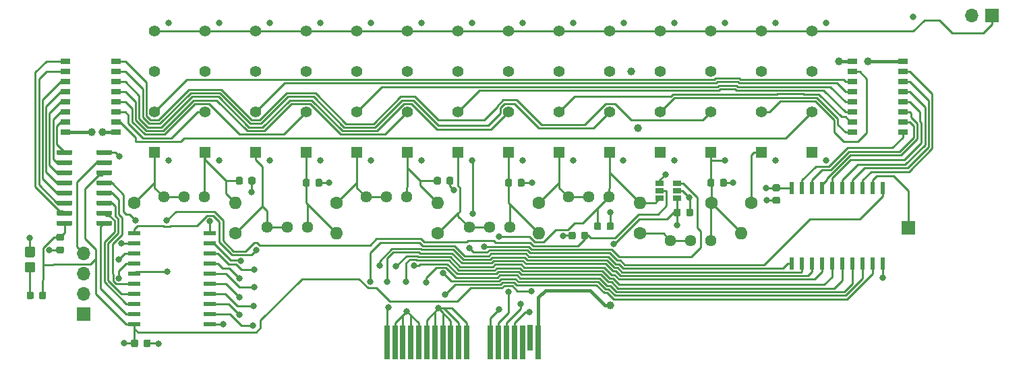
<source format=gbr>
G04 #@! TF.GenerationSoftware,KiCad,Pcbnew,(5.1.5)-3*
G04 #@! TF.CreationDate,2020-01-12T10:36:32-08:00*
G04 #@! TF.ProjectId,pin_driver,70696e5f-6472-4697-9665-722e6b696361,rev?*
G04 #@! TF.SameCoordinates,Original*
G04 #@! TF.FileFunction,Copper,L1,Top*
G04 #@! TF.FilePolarity,Positive*
%FSLAX46Y46*%
G04 Gerber Fmt 4.6, Leading zero omitted, Abs format (unit mm)*
G04 Created by KiCad (PCBNEW (5.1.5)-3) date 2020-01-12 10:36:32*
%MOMM*%
%LPD*%
G04 APERTURE LIST*
%ADD10C,1.440000*%
%ADD11O,1.700000X1.700000*%
%ADD12R,1.700000X1.700000*%
%ADD13R,0.700000X4.300000*%
%ADD14R,0.700000X3.200000*%
%ADD15R,1.300000X0.800000*%
%ADD16C,0.100000*%
%ADD17R,0.600000X1.500000*%
%ADD18R,1.060000X0.650000*%
%ADD19R,1.500000X0.600000*%
%ADD20O,1.600000X1.600000*%
%ADD21C,1.600000*%
%ADD22R,1.400000X1.400000*%
%ADD23C,1.400000*%
%ADD24C,0.800000*%
%ADD25C,1.000000*%
%ADD26C,0.250000*%
%ADD27C,0.400000*%
G04 APERTURE END LIST*
D10*
X74041000Y-144653000D03*
X71501000Y-144653000D03*
X68961000Y-144653000D03*
X86995000Y-148463000D03*
X84455000Y-148463000D03*
X81915000Y-148463000D03*
X99441000Y-144653000D03*
X96901000Y-144653000D03*
X94361000Y-144653000D03*
X112395000Y-148463000D03*
X109855000Y-148463000D03*
X107315000Y-148463000D03*
X124841000Y-144653000D03*
X122301000Y-144653000D03*
X119761000Y-144653000D03*
X137668000Y-150114000D03*
X135128000Y-150114000D03*
X132588000Y-150114000D03*
D11*
X170410000Y-121850000D03*
D12*
X172950000Y-121850000D03*
D13*
X111000000Y-162900000D03*
X110000000Y-162900000D03*
X116000000Y-162900000D03*
D14*
X115000000Y-162350000D03*
D13*
X114000000Y-162900000D03*
X113000000Y-162900000D03*
X112000000Y-162900000D03*
X107000000Y-162900000D03*
X106000000Y-162900000D03*
X105000000Y-162900000D03*
X104000000Y-162900000D03*
X103000000Y-162900000D03*
X102000000Y-162900000D03*
X101000000Y-162900000D03*
X100000000Y-162900000D03*
X99000000Y-162900000D03*
X98000000Y-162900000D03*
X97000000Y-162900000D03*
D15*
X155448000Y-136525000D03*
X155448000Y-135245000D03*
X155448000Y-133985000D03*
X155448000Y-132715000D03*
X155448000Y-131435000D03*
X155448000Y-130165000D03*
X155448000Y-128905000D03*
X155448000Y-127625000D03*
X161748000Y-127625000D03*
X161748000Y-128905000D03*
X161748000Y-130165000D03*
X161748000Y-131435000D03*
X161748000Y-132715000D03*
X161748000Y-133985000D03*
X161748000Y-135245000D03*
X161748000Y-136525000D03*
X62942000Y-127625000D03*
X62942000Y-128905000D03*
X62942000Y-130165000D03*
X62942000Y-131435000D03*
X62942000Y-132715000D03*
X62942000Y-133985000D03*
X62942000Y-135245000D03*
X62942000Y-136525000D03*
X56642000Y-136525000D03*
X56642000Y-135245000D03*
X56642000Y-133985000D03*
X56642000Y-132715000D03*
X56642000Y-131435000D03*
X56642000Y-130165000D03*
X56642000Y-128905000D03*
X56642000Y-127625000D03*
G04 #@! TA.AperFunction,SMDPad,CuDef*
D16*
G36*
X122058791Y-149030453D02*
G01*
X122080026Y-149033603D01*
X122100850Y-149038819D01*
X122121062Y-149046051D01*
X122140468Y-149055230D01*
X122158881Y-149066266D01*
X122176124Y-149079054D01*
X122192030Y-149093470D01*
X122206446Y-149109376D01*
X122219234Y-149126619D01*
X122230270Y-149145032D01*
X122239449Y-149164438D01*
X122246681Y-149184650D01*
X122251897Y-149205474D01*
X122255047Y-149226709D01*
X122256100Y-149248150D01*
X122256100Y-149760650D01*
X122255047Y-149782091D01*
X122251897Y-149803326D01*
X122246681Y-149824150D01*
X122239449Y-149844362D01*
X122230270Y-149863768D01*
X122219234Y-149882181D01*
X122206446Y-149899424D01*
X122192030Y-149915330D01*
X122176124Y-149929746D01*
X122158881Y-149942534D01*
X122140468Y-149953570D01*
X122121062Y-149962749D01*
X122100850Y-149969981D01*
X122080026Y-149975197D01*
X122058791Y-149978347D01*
X122037350Y-149979400D01*
X121599850Y-149979400D01*
X121578409Y-149978347D01*
X121557174Y-149975197D01*
X121536350Y-149969981D01*
X121516138Y-149962749D01*
X121496732Y-149953570D01*
X121478319Y-149942534D01*
X121461076Y-149929746D01*
X121445170Y-149915330D01*
X121430754Y-149899424D01*
X121417966Y-149882181D01*
X121406930Y-149863768D01*
X121397751Y-149844362D01*
X121390519Y-149824150D01*
X121385303Y-149803326D01*
X121382153Y-149782091D01*
X121381100Y-149760650D01*
X121381100Y-149248150D01*
X121382153Y-149226709D01*
X121385303Y-149205474D01*
X121390519Y-149184650D01*
X121397751Y-149164438D01*
X121406930Y-149145032D01*
X121417966Y-149126619D01*
X121430754Y-149109376D01*
X121445170Y-149093470D01*
X121461076Y-149079054D01*
X121478319Y-149066266D01*
X121496732Y-149055230D01*
X121516138Y-149046051D01*
X121536350Y-149038819D01*
X121557174Y-149033603D01*
X121578409Y-149030453D01*
X121599850Y-149029400D01*
X122037350Y-149029400D01*
X122058791Y-149030453D01*
G37*
G04 #@! TD.AperFunction*
G04 #@! TA.AperFunction,SMDPad,CuDef*
G36*
X120483791Y-149030453D02*
G01*
X120505026Y-149033603D01*
X120525850Y-149038819D01*
X120546062Y-149046051D01*
X120565468Y-149055230D01*
X120583881Y-149066266D01*
X120601124Y-149079054D01*
X120617030Y-149093470D01*
X120631446Y-149109376D01*
X120644234Y-149126619D01*
X120655270Y-149145032D01*
X120664449Y-149164438D01*
X120671681Y-149184650D01*
X120676897Y-149205474D01*
X120680047Y-149226709D01*
X120681100Y-149248150D01*
X120681100Y-149760650D01*
X120680047Y-149782091D01*
X120676897Y-149803326D01*
X120671681Y-149824150D01*
X120664449Y-149844362D01*
X120655270Y-149863768D01*
X120644234Y-149882181D01*
X120631446Y-149899424D01*
X120617030Y-149915330D01*
X120601124Y-149929746D01*
X120583881Y-149942534D01*
X120565468Y-149953570D01*
X120546062Y-149962749D01*
X120525850Y-149969981D01*
X120505026Y-149975197D01*
X120483791Y-149978347D01*
X120462350Y-149979400D01*
X120024850Y-149979400D01*
X120003409Y-149978347D01*
X119982174Y-149975197D01*
X119961350Y-149969981D01*
X119941138Y-149962749D01*
X119921732Y-149953570D01*
X119903319Y-149942534D01*
X119886076Y-149929746D01*
X119870170Y-149915330D01*
X119855754Y-149899424D01*
X119842966Y-149882181D01*
X119831930Y-149863768D01*
X119822751Y-149844362D01*
X119815519Y-149824150D01*
X119810303Y-149803326D01*
X119807153Y-149782091D01*
X119806100Y-149760650D01*
X119806100Y-149248150D01*
X119807153Y-149226709D01*
X119810303Y-149205474D01*
X119815519Y-149184650D01*
X119822751Y-149164438D01*
X119831930Y-149145032D01*
X119842966Y-149126619D01*
X119855754Y-149109376D01*
X119870170Y-149093470D01*
X119886076Y-149079054D01*
X119903319Y-149066266D01*
X119921732Y-149055230D01*
X119941138Y-149046051D01*
X119961350Y-149038819D01*
X119982174Y-149033603D01*
X120003409Y-149030453D01*
X120024850Y-149029400D01*
X120462350Y-149029400D01*
X120483791Y-149030453D01*
G37*
G04 #@! TD.AperFunction*
D17*
X147828000Y-143535000D03*
X149098000Y-143535000D03*
X150368000Y-143535000D03*
X151638000Y-143535000D03*
X152908000Y-143535000D03*
X154178000Y-143535000D03*
X155448000Y-143535000D03*
X156718000Y-143535000D03*
X157988000Y-143535000D03*
X159258000Y-143535000D03*
X159258000Y-153035000D03*
X157988000Y-153035000D03*
X156718000Y-153035000D03*
X155448000Y-153035000D03*
X147828000Y-153035000D03*
X149098000Y-153035000D03*
X150368000Y-153035000D03*
X151638000Y-153035000D03*
X152908000Y-153035000D03*
X154178000Y-153035000D03*
D18*
X131241800Y-143901200D03*
X131241800Y-144851200D03*
X131241800Y-142951200D03*
X133441800Y-142951200D03*
X133441800Y-143901200D03*
X133441800Y-144851200D03*
G04 #@! TA.AperFunction,SMDPad,CuDef*
D16*
G36*
X57357703Y-147655722D02*
G01*
X57372264Y-147657882D01*
X57386543Y-147661459D01*
X57400403Y-147666418D01*
X57413710Y-147672712D01*
X57426336Y-147680280D01*
X57438159Y-147689048D01*
X57449066Y-147698934D01*
X57458952Y-147709841D01*
X57467720Y-147721664D01*
X57475288Y-147734290D01*
X57481582Y-147747597D01*
X57486541Y-147761457D01*
X57490118Y-147775736D01*
X57492278Y-147790297D01*
X57493000Y-147805000D01*
X57493000Y-148105000D01*
X57492278Y-148119703D01*
X57490118Y-148134264D01*
X57486541Y-148148543D01*
X57481582Y-148162403D01*
X57475288Y-148175710D01*
X57467720Y-148188336D01*
X57458952Y-148200159D01*
X57449066Y-148211066D01*
X57438159Y-148220952D01*
X57426336Y-148229720D01*
X57413710Y-148237288D01*
X57400403Y-148243582D01*
X57386543Y-148248541D01*
X57372264Y-148252118D01*
X57357703Y-148254278D01*
X57343000Y-148255000D01*
X55693000Y-148255000D01*
X55678297Y-148254278D01*
X55663736Y-148252118D01*
X55649457Y-148248541D01*
X55635597Y-148243582D01*
X55622290Y-148237288D01*
X55609664Y-148229720D01*
X55597841Y-148220952D01*
X55586934Y-148211066D01*
X55577048Y-148200159D01*
X55568280Y-148188336D01*
X55560712Y-148175710D01*
X55554418Y-148162403D01*
X55549459Y-148148543D01*
X55545882Y-148134264D01*
X55543722Y-148119703D01*
X55543000Y-148105000D01*
X55543000Y-147805000D01*
X55543722Y-147790297D01*
X55545882Y-147775736D01*
X55549459Y-147761457D01*
X55554418Y-147747597D01*
X55560712Y-147734290D01*
X55568280Y-147721664D01*
X55577048Y-147709841D01*
X55586934Y-147698934D01*
X55597841Y-147689048D01*
X55609664Y-147680280D01*
X55622290Y-147672712D01*
X55635597Y-147666418D01*
X55649457Y-147661459D01*
X55663736Y-147657882D01*
X55678297Y-147655722D01*
X55693000Y-147655000D01*
X57343000Y-147655000D01*
X57357703Y-147655722D01*
G37*
G04 #@! TD.AperFunction*
G04 #@! TA.AperFunction,SMDPad,CuDef*
G36*
X57357703Y-146385722D02*
G01*
X57372264Y-146387882D01*
X57386543Y-146391459D01*
X57400403Y-146396418D01*
X57413710Y-146402712D01*
X57426336Y-146410280D01*
X57438159Y-146419048D01*
X57449066Y-146428934D01*
X57458952Y-146439841D01*
X57467720Y-146451664D01*
X57475288Y-146464290D01*
X57481582Y-146477597D01*
X57486541Y-146491457D01*
X57490118Y-146505736D01*
X57492278Y-146520297D01*
X57493000Y-146535000D01*
X57493000Y-146835000D01*
X57492278Y-146849703D01*
X57490118Y-146864264D01*
X57486541Y-146878543D01*
X57481582Y-146892403D01*
X57475288Y-146905710D01*
X57467720Y-146918336D01*
X57458952Y-146930159D01*
X57449066Y-146941066D01*
X57438159Y-146950952D01*
X57426336Y-146959720D01*
X57413710Y-146967288D01*
X57400403Y-146973582D01*
X57386543Y-146978541D01*
X57372264Y-146982118D01*
X57357703Y-146984278D01*
X57343000Y-146985000D01*
X55693000Y-146985000D01*
X55678297Y-146984278D01*
X55663736Y-146982118D01*
X55649457Y-146978541D01*
X55635597Y-146973582D01*
X55622290Y-146967288D01*
X55609664Y-146959720D01*
X55597841Y-146950952D01*
X55586934Y-146941066D01*
X55577048Y-146930159D01*
X55568280Y-146918336D01*
X55560712Y-146905710D01*
X55554418Y-146892403D01*
X55549459Y-146878543D01*
X55545882Y-146864264D01*
X55543722Y-146849703D01*
X55543000Y-146835000D01*
X55543000Y-146535000D01*
X55543722Y-146520297D01*
X55545882Y-146505736D01*
X55549459Y-146491457D01*
X55554418Y-146477597D01*
X55560712Y-146464290D01*
X55568280Y-146451664D01*
X55577048Y-146439841D01*
X55586934Y-146428934D01*
X55597841Y-146419048D01*
X55609664Y-146410280D01*
X55622290Y-146402712D01*
X55635597Y-146396418D01*
X55649457Y-146391459D01*
X55663736Y-146387882D01*
X55678297Y-146385722D01*
X55693000Y-146385000D01*
X57343000Y-146385000D01*
X57357703Y-146385722D01*
G37*
G04 #@! TD.AperFunction*
G04 #@! TA.AperFunction,SMDPad,CuDef*
G36*
X57357703Y-145115722D02*
G01*
X57372264Y-145117882D01*
X57386543Y-145121459D01*
X57400403Y-145126418D01*
X57413710Y-145132712D01*
X57426336Y-145140280D01*
X57438159Y-145149048D01*
X57449066Y-145158934D01*
X57458952Y-145169841D01*
X57467720Y-145181664D01*
X57475288Y-145194290D01*
X57481582Y-145207597D01*
X57486541Y-145221457D01*
X57490118Y-145235736D01*
X57492278Y-145250297D01*
X57493000Y-145265000D01*
X57493000Y-145565000D01*
X57492278Y-145579703D01*
X57490118Y-145594264D01*
X57486541Y-145608543D01*
X57481582Y-145622403D01*
X57475288Y-145635710D01*
X57467720Y-145648336D01*
X57458952Y-145660159D01*
X57449066Y-145671066D01*
X57438159Y-145680952D01*
X57426336Y-145689720D01*
X57413710Y-145697288D01*
X57400403Y-145703582D01*
X57386543Y-145708541D01*
X57372264Y-145712118D01*
X57357703Y-145714278D01*
X57343000Y-145715000D01*
X55693000Y-145715000D01*
X55678297Y-145714278D01*
X55663736Y-145712118D01*
X55649457Y-145708541D01*
X55635597Y-145703582D01*
X55622290Y-145697288D01*
X55609664Y-145689720D01*
X55597841Y-145680952D01*
X55586934Y-145671066D01*
X55577048Y-145660159D01*
X55568280Y-145648336D01*
X55560712Y-145635710D01*
X55554418Y-145622403D01*
X55549459Y-145608543D01*
X55545882Y-145594264D01*
X55543722Y-145579703D01*
X55543000Y-145565000D01*
X55543000Y-145265000D01*
X55543722Y-145250297D01*
X55545882Y-145235736D01*
X55549459Y-145221457D01*
X55554418Y-145207597D01*
X55560712Y-145194290D01*
X55568280Y-145181664D01*
X55577048Y-145169841D01*
X55586934Y-145158934D01*
X55597841Y-145149048D01*
X55609664Y-145140280D01*
X55622290Y-145132712D01*
X55635597Y-145126418D01*
X55649457Y-145121459D01*
X55663736Y-145117882D01*
X55678297Y-145115722D01*
X55693000Y-145115000D01*
X57343000Y-145115000D01*
X57357703Y-145115722D01*
G37*
G04 #@! TD.AperFunction*
G04 #@! TA.AperFunction,SMDPad,CuDef*
G36*
X57357703Y-143845722D02*
G01*
X57372264Y-143847882D01*
X57386543Y-143851459D01*
X57400403Y-143856418D01*
X57413710Y-143862712D01*
X57426336Y-143870280D01*
X57438159Y-143879048D01*
X57449066Y-143888934D01*
X57458952Y-143899841D01*
X57467720Y-143911664D01*
X57475288Y-143924290D01*
X57481582Y-143937597D01*
X57486541Y-143951457D01*
X57490118Y-143965736D01*
X57492278Y-143980297D01*
X57493000Y-143995000D01*
X57493000Y-144295000D01*
X57492278Y-144309703D01*
X57490118Y-144324264D01*
X57486541Y-144338543D01*
X57481582Y-144352403D01*
X57475288Y-144365710D01*
X57467720Y-144378336D01*
X57458952Y-144390159D01*
X57449066Y-144401066D01*
X57438159Y-144410952D01*
X57426336Y-144419720D01*
X57413710Y-144427288D01*
X57400403Y-144433582D01*
X57386543Y-144438541D01*
X57372264Y-144442118D01*
X57357703Y-144444278D01*
X57343000Y-144445000D01*
X55693000Y-144445000D01*
X55678297Y-144444278D01*
X55663736Y-144442118D01*
X55649457Y-144438541D01*
X55635597Y-144433582D01*
X55622290Y-144427288D01*
X55609664Y-144419720D01*
X55597841Y-144410952D01*
X55586934Y-144401066D01*
X55577048Y-144390159D01*
X55568280Y-144378336D01*
X55560712Y-144365710D01*
X55554418Y-144352403D01*
X55549459Y-144338543D01*
X55545882Y-144324264D01*
X55543722Y-144309703D01*
X55543000Y-144295000D01*
X55543000Y-143995000D01*
X55543722Y-143980297D01*
X55545882Y-143965736D01*
X55549459Y-143951457D01*
X55554418Y-143937597D01*
X55560712Y-143924290D01*
X55568280Y-143911664D01*
X55577048Y-143899841D01*
X55586934Y-143888934D01*
X55597841Y-143879048D01*
X55609664Y-143870280D01*
X55622290Y-143862712D01*
X55635597Y-143856418D01*
X55649457Y-143851459D01*
X55663736Y-143847882D01*
X55678297Y-143845722D01*
X55693000Y-143845000D01*
X57343000Y-143845000D01*
X57357703Y-143845722D01*
G37*
G04 #@! TD.AperFunction*
G04 #@! TA.AperFunction,SMDPad,CuDef*
G36*
X57357703Y-142575722D02*
G01*
X57372264Y-142577882D01*
X57386543Y-142581459D01*
X57400403Y-142586418D01*
X57413710Y-142592712D01*
X57426336Y-142600280D01*
X57438159Y-142609048D01*
X57449066Y-142618934D01*
X57458952Y-142629841D01*
X57467720Y-142641664D01*
X57475288Y-142654290D01*
X57481582Y-142667597D01*
X57486541Y-142681457D01*
X57490118Y-142695736D01*
X57492278Y-142710297D01*
X57493000Y-142725000D01*
X57493000Y-143025000D01*
X57492278Y-143039703D01*
X57490118Y-143054264D01*
X57486541Y-143068543D01*
X57481582Y-143082403D01*
X57475288Y-143095710D01*
X57467720Y-143108336D01*
X57458952Y-143120159D01*
X57449066Y-143131066D01*
X57438159Y-143140952D01*
X57426336Y-143149720D01*
X57413710Y-143157288D01*
X57400403Y-143163582D01*
X57386543Y-143168541D01*
X57372264Y-143172118D01*
X57357703Y-143174278D01*
X57343000Y-143175000D01*
X55693000Y-143175000D01*
X55678297Y-143174278D01*
X55663736Y-143172118D01*
X55649457Y-143168541D01*
X55635597Y-143163582D01*
X55622290Y-143157288D01*
X55609664Y-143149720D01*
X55597841Y-143140952D01*
X55586934Y-143131066D01*
X55577048Y-143120159D01*
X55568280Y-143108336D01*
X55560712Y-143095710D01*
X55554418Y-143082403D01*
X55549459Y-143068543D01*
X55545882Y-143054264D01*
X55543722Y-143039703D01*
X55543000Y-143025000D01*
X55543000Y-142725000D01*
X55543722Y-142710297D01*
X55545882Y-142695736D01*
X55549459Y-142681457D01*
X55554418Y-142667597D01*
X55560712Y-142654290D01*
X55568280Y-142641664D01*
X55577048Y-142629841D01*
X55586934Y-142618934D01*
X55597841Y-142609048D01*
X55609664Y-142600280D01*
X55622290Y-142592712D01*
X55635597Y-142586418D01*
X55649457Y-142581459D01*
X55663736Y-142577882D01*
X55678297Y-142575722D01*
X55693000Y-142575000D01*
X57343000Y-142575000D01*
X57357703Y-142575722D01*
G37*
G04 #@! TD.AperFunction*
G04 #@! TA.AperFunction,SMDPad,CuDef*
G36*
X57357703Y-141305722D02*
G01*
X57372264Y-141307882D01*
X57386543Y-141311459D01*
X57400403Y-141316418D01*
X57413710Y-141322712D01*
X57426336Y-141330280D01*
X57438159Y-141339048D01*
X57449066Y-141348934D01*
X57458952Y-141359841D01*
X57467720Y-141371664D01*
X57475288Y-141384290D01*
X57481582Y-141397597D01*
X57486541Y-141411457D01*
X57490118Y-141425736D01*
X57492278Y-141440297D01*
X57493000Y-141455000D01*
X57493000Y-141755000D01*
X57492278Y-141769703D01*
X57490118Y-141784264D01*
X57486541Y-141798543D01*
X57481582Y-141812403D01*
X57475288Y-141825710D01*
X57467720Y-141838336D01*
X57458952Y-141850159D01*
X57449066Y-141861066D01*
X57438159Y-141870952D01*
X57426336Y-141879720D01*
X57413710Y-141887288D01*
X57400403Y-141893582D01*
X57386543Y-141898541D01*
X57372264Y-141902118D01*
X57357703Y-141904278D01*
X57343000Y-141905000D01*
X55693000Y-141905000D01*
X55678297Y-141904278D01*
X55663736Y-141902118D01*
X55649457Y-141898541D01*
X55635597Y-141893582D01*
X55622290Y-141887288D01*
X55609664Y-141879720D01*
X55597841Y-141870952D01*
X55586934Y-141861066D01*
X55577048Y-141850159D01*
X55568280Y-141838336D01*
X55560712Y-141825710D01*
X55554418Y-141812403D01*
X55549459Y-141798543D01*
X55545882Y-141784264D01*
X55543722Y-141769703D01*
X55543000Y-141755000D01*
X55543000Y-141455000D01*
X55543722Y-141440297D01*
X55545882Y-141425736D01*
X55549459Y-141411457D01*
X55554418Y-141397597D01*
X55560712Y-141384290D01*
X55568280Y-141371664D01*
X55577048Y-141359841D01*
X55586934Y-141348934D01*
X55597841Y-141339048D01*
X55609664Y-141330280D01*
X55622290Y-141322712D01*
X55635597Y-141316418D01*
X55649457Y-141311459D01*
X55663736Y-141307882D01*
X55678297Y-141305722D01*
X55693000Y-141305000D01*
X57343000Y-141305000D01*
X57357703Y-141305722D01*
G37*
G04 #@! TD.AperFunction*
G04 #@! TA.AperFunction,SMDPad,CuDef*
G36*
X57357703Y-140035722D02*
G01*
X57372264Y-140037882D01*
X57386543Y-140041459D01*
X57400403Y-140046418D01*
X57413710Y-140052712D01*
X57426336Y-140060280D01*
X57438159Y-140069048D01*
X57449066Y-140078934D01*
X57458952Y-140089841D01*
X57467720Y-140101664D01*
X57475288Y-140114290D01*
X57481582Y-140127597D01*
X57486541Y-140141457D01*
X57490118Y-140155736D01*
X57492278Y-140170297D01*
X57493000Y-140185000D01*
X57493000Y-140485000D01*
X57492278Y-140499703D01*
X57490118Y-140514264D01*
X57486541Y-140528543D01*
X57481582Y-140542403D01*
X57475288Y-140555710D01*
X57467720Y-140568336D01*
X57458952Y-140580159D01*
X57449066Y-140591066D01*
X57438159Y-140600952D01*
X57426336Y-140609720D01*
X57413710Y-140617288D01*
X57400403Y-140623582D01*
X57386543Y-140628541D01*
X57372264Y-140632118D01*
X57357703Y-140634278D01*
X57343000Y-140635000D01*
X55693000Y-140635000D01*
X55678297Y-140634278D01*
X55663736Y-140632118D01*
X55649457Y-140628541D01*
X55635597Y-140623582D01*
X55622290Y-140617288D01*
X55609664Y-140609720D01*
X55597841Y-140600952D01*
X55586934Y-140591066D01*
X55577048Y-140580159D01*
X55568280Y-140568336D01*
X55560712Y-140555710D01*
X55554418Y-140542403D01*
X55549459Y-140528543D01*
X55545882Y-140514264D01*
X55543722Y-140499703D01*
X55543000Y-140485000D01*
X55543000Y-140185000D01*
X55543722Y-140170297D01*
X55545882Y-140155736D01*
X55549459Y-140141457D01*
X55554418Y-140127597D01*
X55560712Y-140114290D01*
X55568280Y-140101664D01*
X55577048Y-140089841D01*
X55586934Y-140078934D01*
X55597841Y-140069048D01*
X55609664Y-140060280D01*
X55622290Y-140052712D01*
X55635597Y-140046418D01*
X55649457Y-140041459D01*
X55663736Y-140037882D01*
X55678297Y-140035722D01*
X55693000Y-140035000D01*
X57343000Y-140035000D01*
X57357703Y-140035722D01*
G37*
G04 #@! TD.AperFunction*
G04 #@! TA.AperFunction,SMDPad,CuDef*
G36*
X57357703Y-138765722D02*
G01*
X57372264Y-138767882D01*
X57386543Y-138771459D01*
X57400403Y-138776418D01*
X57413710Y-138782712D01*
X57426336Y-138790280D01*
X57438159Y-138799048D01*
X57449066Y-138808934D01*
X57458952Y-138819841D01*
X57467720Y-138831664D01*
X57475288Y-138844290D01*
X57481582Y-138857597D01*
X57486541Y-138871457D01*
X57490118Y-138885736D01*
X57492278Y-138900297D01*
X57493000Y-138915000D01*
X57493000Y-139215000D01*
X57492278Y-139229703D01*
X57490118Y-139244264D01*
X57486541Y-139258543D01*
X57481582Y-139272403D01*
X57475288Y-139285710D01*
X57467720Y-139298336D01*
X57458952Y-139310159D01*
X57449066Y-139321066D01*
X57438159Y-139330952D01*
X57426336Y-139339720D01*
X57413710Y-139347288D01*
X57400403Y-139353582D01*
X57386543Y-139358541D01*
X57372264Y-139362118D01*
X57357703Y-139364278D01*
X57343000Y-139365000D01*
X55693000Y-139365000D01*
X55678297Y-139364278D01*
X55663736Y-139362118D01*
X55649457Y-139358541D01*
X55635597Y-139353582D01*
X55622290Y-139347288D01*
X55609664Y-139339720D01*
X55597841Y-139330952D01*
X55586934Y-139321066D01*
X55577048Y-139310159D01*
X55568280Y-139298336D01*
X55560712Y-139285710D01*
X55554418Y-139272403D01*
X55549459Y-139258543D01*
X55545882Y-139244264D01*
X55543722Y-139229703D01*
X55543000Y-139215000D01*
X55543000Y-138915000D01*
X55543722Y-138900297D01*
X55545882Y-138885736D01*
X55549459Y-138871457D01*
X55554418Y-138857597D01*
X55560712Y-138844290D01*
X55568280Y-138831664D01*
X55577048Y-138819841D01*
X55586934Y-138808934D01*
X55597841Y-138799048D01*
X55609664Y-138790280D01*
X55622290Y-138782712D01*
X55635597Y-138776418D01*
X55649457Y-138771459D01*
X55663736Y-138767882D01*
X55678297Y-138765722D01*
X55693000Y-138765000D01*
X57343000Y-138765000D01*
X57357703Y-138765722D01*
G37*
G04 #@! TD.AperFunction*
G04 #@! TA.AperFunction,SMDPad,CuDef*
G36*
X62307703Y-138765722D02*
G01*
X62322264Y-138767882D01*
X62336543Y-138771459D01*
X62350403Y-138776418D01*
X62363710Y-138782712D01*
X62376336Y-138790280D01*
X62388159Y-138799048D01*
X62399066Y-138808934D01*
X62408952Y-138819841D01*
X62417720Y-138831664D01*
X62425288Y-138844290D01*
X62431582Y-138857597D01*
X62436541Y-138871457D01*
X62440118Y-138885736D01*
X62442278Y-138900297D01*
X62443000Y-138915000D01*
X62443000Y-139215000D01*
X62442278Y-139229703D01*
X62440118Y-139244264D01*
X62436541Y-139258543D01*
X62431582Y-139272403D01*
X62425288Y-139285710D01*
X62417720Y-139298336D01*
X62408952Y-139310159D01*
X62399066Y-139321066D01*
X62388159Y-139330952D01*
X62376336Y-139339720D01*
X62363710Y-139347288D01*
X62350403Y-139353582D01*
X62336543Y-139358541D01*
X62322264Y-139362118D01*
X62307703Y-139364278D01*
X62293000Y-139365000D01*
X60643000Y-139365000D01*
X60628297Y-139364278D01*
X60613736Y-139362118D01*
X60599457Y-139358541D01*
X60585597Y-139353582D01*
X60572290Y-139347288D01*
X60559664Y-139339720D01*
X60547841Y-139330952D01*
X60536934Y-139321066D01*
X60527048Y-139310159D01*
X60518280Y-139298336D01*
X60510712Y-139285710D01*
X60504418Y-139272403D01*
X60499459Y-139258543D01*
X60495882Y-139244264D01*
X60493722Y-139229703D01*
X60493000Y-139215000D01*
X60493000Y-138915000D01*
X60493722Y-138900297D01*
X60495882Y-138885736D01*
X60499459Y-138871457D01*
X60504418Y-138857597D01*
X60510712Y-138844290D01*
X60518280Y-138831664D01*
X60527048Y-138819841D01*
X60536934Y-138808934D01*
X60547841Y-138799048D01*
X60559664Y-138790280D01*
X60572290Y-138782712D01*
X60585597Y-138776418D01*
X60599457Y-138771459D01*
X60613736Y-138767882D01*
X60628297Y-138765722D01*
X60643000Y-138765000D01*
X62293000Y-138765000D01*
X62307703Y-138765722D01*
G37*
G04 #@! TD.AperFunction*
G04 #@! TA.AperFunction,SMDPad,CuDef*
G36*
X62307703Y-140035722D02*
G01*
X62322264Y-140037882D01*
X62336543Y-140041459D01*
X62350403Y-140046418D01*
X62363710Y-140052712D01*
X62376336Y-140060280D01*
X62388159Y-140069048D01*
X62399066Y-140078934D01*
X62408952Y-140089841D01*
X62417720Y-140101664D01*
X62425288Y-140114290D01*
X62431582Y-140127597D01*
X62436541Y-140141457D01*
X62440118Y-140155736D01*
X62442278Y-140170297D01*
X62443000Y-140185000D01*
X62443000Y-140485000D01*
X62442278Y-140499703D01*
X62440118Y-140514264D01*
X62436541Y-140528543D01*
X62431582Y-140542403D01*
X62425288Y-140555710D01*
X62417720Y-140568336D01*
X62408952Y-140580159D01*
X62399066Y-140591066D01*
X62388159Y-140600952D01*
X62376336Y-140609720D01*
X62363710Y-140617288D01*
X62350403Y-140623582D01*
X62336543Y-140628541D01*
X62322264Y-140632118D01*
X62307703Y-140634278D01*
X62293000Y-140635000D01*
X60643000Y-140635000D01*
X60628297Y-140634278D01*
X60613736Y-140632118D01*
X60599457Y-140628541D01*
X60585597Y-140623582D01*
X60572290Y-140617288D01*
X60559664Y-140609720D01*
X60547841Y-140600952D01*
X60536934Y-140591066D01*
X60527048Y-140580159D01*
X60518280Y-140568336D01*
X60510712Y-140555710D01*
X60504418Y-140542403D01*
X60499459Y-140528543D01*
X60495882Y-140514264D01*
X60493722Y-140499703D01*
X60493000Y-140485000D01*
X60493000Y-140185000D01*
X60493722Y-140170297D01*
X60495882Y-140155736D01*
X60499459Y-140141457D01*
X60504418Y-140127597D01*
X60510712Y-140114290D01*
X60518280Y-140101664D01*
X60527048Y-140089841D01*
X60536934Y-140078934D01*
X60547841Y-140069048D01*
X60559664Y-140060280D01*
X60572290Y-140052712D01*
X60585597Y-140046418D01*
X60599457Y-140041459D01*
X60613736Y-140037882D01*
X60628297Y-140035722D01*
X60643000Y-140035000D01*
X62293000Y-140035000D01*
X62307703Y-140035722D01*
G37*
G04 #@! TD.AperFunction*
G04 #@! TA.AperFunction,SMDPad,CuDef*
G36*
X62307703Y-141305722D02*
G01*
X62322264Y-141307882D01*
X62336543Y-141311459D01*
X62350403Y-141316418D01*
X62363710Y-141322712D01*
X62376336Y-141330280D01*
X62388159Y-141339048D01*
X62399066Y-141348934D01*
X62408952Y-141359841D01*
X62417720Y-141371664D01*
X62425288Y-141384290D01*
X62431582Y-141397597D01*
X62436541Y-141411457D01*
X62440118Y-141425736D01*
X62442278Y-141440297D01*
X62443000Y-141455000D01*
X62443000Y-141755000D01*
X62442278Y-141769703D01*
X62440118Y-141784264D01*
X62436541Y-141798543D01*
X62431582Y-141812403D01*
X62425288Y-141825710D01*
X62417720Y-141838336D01*
X62408952Y-141850159D01*
X62399066Y-141861066D01*
X62388159Y-141870952D01*
X62376336Y-141879720D01*
X62363710Y-141887288D01*
X62350403Y-141893582D01*
X62336543Y-141898541D01*
X62322264Y-141902118D01*
X62307703Y-141904278D01*
X62293000Y-141905000D01*
X60643000Y-141905000D01*
X60628297Y-141904278D01*
X60613736Y-141902118D01*
X60599457Y-141898541D01*
X60585597Y-141893582D01*
X60572290Y-141887288D01*
X60559664Y-141879720D01*
X60547841Y-141870952D01*
X60536934Y-141861066D01*
X60527048Y-141850159D01*
X60518280Y-141838336D01*
X60510712Y-141825710D01*
X60504418Y-141812403D01*
X60499459Y-141798543D01*
X60495882Y-141784264D01*
X60493722Y-141769703D01*
X60493000Y-141755000D01*
X60493000Y-141455000D01*
X60493722Y-141440297D01*
X60495882Y-141425736D01*
X60499459Y-141411457D01*
X60504418Y-141397597D01*
X60510712Y-141384290D01*
X60518280Y-141371664D01*
X60527048Y-141359841D01*
X60536934Y-141348934D01*
X60547841Y-141339048D01*
X60559664Y-141330280D01*
X60572290Y-141322712D01*
X60585597Y-141316418D01*
X60599457Y-141311459D01*
X60613736Y-141307882D01*
X60628297Y-141305722D01*
X60643000Y-141305000D01*
X62293000Y-141305000D01*
X62307703Y-141305722D01*
G37*
G04 #@! TD.AperFunction*
G04 #@! TA.AperFunction,SMDPad,CuDef*
G36*
X62307703Y-142575722D02*
G01*
X62322264Y-142577882D01*
X62336543Y-142581459D01*
X62350403Y-142586418D01*
X62363710Y-142592712D01*
X62376336Y-142600280D01*
X62388159Y-142609048D01*
X62399066Y-142618934D01*
X62408952Y-142629841D01*
X62417720Y-142641664D01*
X62425288Y-142654290D01*
X62431582Y-142667597D01*
X62436541Y-142681457D01*
X62440118Y-142695736D01*
X62442278Y-142710297D01*
X62443000Y-142725000D01*
X62443000Y-143025000D01*
X62442278Y-143039703D01*
X62440118Y-143054264D01*
X62436541Y-143068543D01*
X62431582Y-143082403D01*
X62425288Y-143095710D01*
X62417720Y-143108336D01*
X62408952Y-143120159D01*
X62399066Y-143131066D01*
X62388159Y-143140952D01*
X62376336Y-143149720D01*
X62363710Y-143157288D01*
X62350403Y-143163582D01*
X62336543Y-143168541D01*
X62322264Y-143172118D01*
X62307703Y-143174278D01*
X62293000Y-143175000D01*
X60643000Y-143175000D01*
X60628297Y-143174278D01*
X60613736Y-143172118D01*
X60599457Y-143168541D01*
X60585597Y-143163582D01*
X60572290Y-143157288D01*
X60559664Y-143149720D01*
X60547841Y-143140952D01*
X60536934Y-143131066D01*
X60527048Y-143120159D01*
X60518280Y-143108336D01*
X60510712Y-143095710D01*
X60504418Y-143082403D01*
X60499459Y-143068543D01*
X60495882Y-143054264D01*
X60493722Y-143039703D01*
X60493000Y-143025000D01*
X60493000Y-142725000D01*
X60493722Y-142710297D01*
X60495882Y-142695736D01*
X60499459Y-142681457D01*
X60504418Y-142667597D01*
X60510712Y-142654290D01*
X60518280Y-142641664D01*
X60527048Y-142629841D01*
X60536934Y-142618934D01*
X60547841Y-142609048D01*
X60559664Y-142600280D01*
X60572290Y-142592712D01*
X60585597Y-142586418D01*
X60599457Y-142581459D01*
X60613736Y-142577882D01*
X60628297Y-142575722D01*
X60643000Y-142575000D01*
X62293000Y-142575000D01*
X62307703Y-142575722D01*
G37*
G04 #@! TD.AperFunction*
G04 #@! TA.AperFunction,SMDPad,CuDef*
G36*
X62307703Y-143845722D02*
G01*
X62322264Y-143847882D01*
X62336543Y-143851459D01*
X62350403Y-143856418D01*
X62363710Y-143862712D01*
X62376336Y-143870280D01*
X62388159Y-143879048D01*
X62399066Y-143888934D01*
X62408952Y-143899841D01*
X62417720Y-143911664D01*
X62425288Y-143924290D01*
X62431582Y-143937597D01*
X62436541Y-143951457D01*
X62440118Y-143965736D01*
X62442278Y-143980297D01*
X62443000Y-143995000D01*
X62443000Y-144295000D01*
X62442278Y-144309703D01*
X62440118Y-144324264D01*
X62436541Y-144338543D01*
X62431582Y-144352403D01*
X62425288Y-144365710D01*
X62417720Y-144378336D01*
X62408952Y-144390159D01*
X62399066Y-144401066D01*
X62388159Y-144410952D01*
X62376336Y-144419720D01*
X62363710Y-144427288D01*
X62350403Y-144433582D01*
X62336543Y-144438541D01*
X62322264Y-144442118D01*
X62307703Y-144444278D01*
X62293000Y-144445000D01*
X60643000Y-144445000D01*
X60628297Y-144444278D01*
X60613736Y-144442118D01*
X60599457Y-144438541D01*
X60585597Y-144433582D01*
X60572290Y-144427288D01*
X60559664Y-144419720D01*
X60547841Y-144410952D01*
X60536934Y-144401066D01*
X60527048Y-144390159D01*
X60518280Y-144378336D01*
X60510712Y-144365710D01*
X60504418Y-144352403D01*
X60499459Y-144338543D01*
X60495882Y-144324264D01*
X60493722Y-144309703D01*
X60493000Y-144295000D01*
X60493000Y-143995000D01*
X60493722Y-143980297D01*
X60495882Y-143965736D01*
X60499459Y-143951457D01*
X60504418Y-143937597D01*
X60510712Y-143924290D01*
X60518280Y-143911664D01*
X60527048Y-143899841D01*
X60536934Y-143888934D01*
X60547841Y-143879048D01*
X60559664Y-143870280D01*
X60572290Y-143862712D01*
X60585597Y-143856418D01*
X60599457Y-143851459D01*
X60613736Y-143847882D01*
X60628297Y-143845722D01*
X60643000Y-143845000D01*
X62293000Y-143845000D01*
X62307703Y-143845722D01*
G37*
G04 #@! TD.AperFunction*
G04 #@! TA.AperFunction,SMDPad,CuDef*
G36*
X62307703Y-145115722D02*
G01*
X62322264Y-145117882D01*
X62336543Y-145121459D01*
X62350403Y-145126418D01*
X62363710Y-145132712D01*
X62376336Y-145140280D01*
X62388159Y-145149048D01*
X62399066Y-145158934D01*
X62408952Y-145169841D01*
X62417720Y-145181664D01*
X62425288Y-145194290D01*
X62431582Y-145207597D01*
X62436541Y-145221457D01*
X62440118Y-145235736D01*
X62442278Y-145250297D01*
X62443000Y-145265000D01*
X62443000Y-145565000D01*
X62442278Y-145579703D01*
X62440118Y-145594264D01*
X62436541Y-145608543D01*
X62431582Y-145622403D01*
X62425288Y-145635710D01*
X62417720Y-145648336D01*
X62408952Y-145660159D01*
X62399066Y-145671066D01*
X62388159Y-145680952D01*
X62376336Y-145689720D01*
X62363710Y-145697288D01*
X62350403Y-145703582D01*
X62336543Y-145708541D01*
X62322264Y-145712118D01*
X62307703Y-145714278D01*
X62293000Y-145715000D01*
X60643000Y-145715000D01*
X60628297Y-145714278D01*
X60613736Y-145712118D01*
X60599457Y-145708541D01*
X60585597Y-145703582D01*
X60572290Y-145697288D01*
X60559664Y-145689720D01*
X60547841Y-145680952D01*
X60536934Y-145671066D01*
X60527048Y-145660159D01*
X60518280Y-145648336D01*
X60510712Y-145635710D01*
X60504418Y-145622403D01*
X60499459Y-145608543D01*
X60495882Y-145594264D01*
X60493722Y-145579703D01*
X60493000Y-145565000D01*
X60493000Y-145265000D01*
X60493722Y-145250297D01*
X60495882Y-145235736D01*
X60499459Y-145221457D01*
X60504418Y-145207597D01*
X60510712Y-145194290D01*
X60518280Y-145181664D01*
X60527048Y-145169841D01*
X60536934Y-145158934D01*
X60547841Y-145149048D01*
X60559664Y-145140280D01*
X60572290Y-145132712D01*
X60585597Y-145126418D01*
X60599457Y-145121459D01*
X60613736Y-145117882D01*
X60628297Y-145115722D01*
X60643000Y-145115000D01*
X62293000Y-145115000D01*
X62307703Y-145115722D01*
G37*
G04 #@! TD.AperFunction*
G04 #@! TA.AperFunction,SMDPad,CuDef*
G36*
X62307703Y-146385722D02*
G01*
X62322264Y-146387882D01*
X62336543Y-146391459D01*
X62350403Y-146396418D01*
X62363710Y-146402712D01*
X62376336Y-146410280D01*
X62388159Y-146419048D01*
X62399066Y-146428934D01*
X62408952Y-146439841D01*
X62417720Y-146451664D01*
X62425288Y-146464290D01*
X62431582Y-146477597D01*
X62436541Y-146491457D01*
X62440118Y-146505736D01*
X62442278Y-146520297D01*
X62443000Y-146535000D01*
X62443000Y-146835000D01*
X62442278Y-146849703D01*
X62440118Y-146864264D01*
X62436541Y-146878543D01*
X62431582Y-146892403D01*
X62425288Y-146905710D01*
X62417720Y-146918336D01*
X62408952Y-146930159D01*
X62399066Y-146941066D01*
X62388159Y-146950952D01*
X62376336Y-146959720D01*
X62363710Y-146967288D01*
X62350403Y-146973582D01*
X62336543Y-146978541D01*
X62322264Y-146982118D01*
X62307703Y-146984278D01*
X62293000Y-146985000D01*
X60643000Y-146985000D01*
X60628297Y-146984278D01*
X60613736Y-146982118D01*
X60599457Y-146978541D01*
X60585597Y-146973582D01*
X60572290Y-146967288D01*
X60559664Y-146959720D01*
X60547841Y-146950952D01*
X60536934Y-146941066D01*
X60527048Y-146930159D01*
X60518280Y-146918336D01*
X60510712Y-146905710D01*
X60504418Y-146892403D01*
X60499459Y-146878543D01*
X60495882Y-146864264D01*
X60493722Y-146849703D01*
X60493000Y-146835000D01*
X60493000Y-146535000D01*
X60493722Y-146520297D01*
X60495882Y-146505736D01*
X60499459Y-146491457D01*
X60504418Y-146477597D01*
X60510712Y-146464290D01*
X60518280Y-146451664D01*
X60527048Y-146439841D01*
X60536934Y-146428934D01*
X60547841Y-146419048D01*
X60559664Y-146410280D01*
X60572290Y-146402712D01*
X60585597Y-146396418D01*
X60599457Y-146391459D01*
X60613736Y-146387882D01*
X60628297Y-146385722D01*
X60643000Y-146385000D01*
X62293000Y-146385000D01*
X62307703Y-146385722D01*
G37*
G04 #@! TD.AperFunction*
G04 #@! TA.AperFunction,SMDPad,CuDef*
G36*
X62307703Y-147655722D02*
G01*
X62322264Y-147657882D01*
X62336543Y-147661459D01*
X62350403Y-147666418D01*
X62363710Y-147672712D01*
X62376336Y-147680280D01*
X62388159Y-147689048D01*
X62399066Y-147698934D01*
X62408952Y-147709841D01*
X62417720Y-147721664D01*
X62425288Y-147734290D01*
X62431582Y-147747597D01*
X62436541Y-147761457D01*
X62440118Y-147775736D01*
X62442278Y-147790297D01*
X62443000Y-147805000D01*
X62443000Y-148105000D01*
X62442278Y-148119703D01*
X62440118Y-148134264D01*
X62436541Y-148148543D01*
X62431582Y-148162403D01*
X62425288Y-148175710D01*
X62417720Y-148188336D01*
X62408952Y-148200159D01*
X62399066Y-148211066D01*
X62388159Y-148220952D01*
X62376336Y-148229720D01*
X62363710Y-148237288D01*
X62350403Y-148243582D01*
X62336543Y-148248541D01*
X62322264Y-148252118D01*
X62307703Y-148254278D01*
X62293000Y-148255000D01*
X60643000Y-148255000D01*
X60628297Y-148254278D01*
X60613736Y-148252118D01*
X60599457Y-148248541D01*
X60585597Y-148243582D01*
X60572290Y-148237288D01*
X60559664Y-148229720D01*
X60547841Y-148220952D01*
X60536934Y-148211066D01*
X60527048Y-148200159D01*
X60518280Y-148188336D01*
X60510712Y-148175710D01*
X60504418Y-148162403D01*
X60499459Y-148148543D01*
X60495882Y-148134264D01*
X60493722Y-148119703D01*
X60493000Y-148105000D01*
X60493000Y-147805000D01*
X60493722Y-147790297D01*
X60495882Y-147775736D01*
X60499459Y-147761457D01*
X60504418Y-147747597D01*
X60510712Y-147734290D01*
X60518280Y-147721664D01*
X60527048Y-147709841D01*
X60536934Y-147698934D01*
X60547841Y-147689048D01*
X60559664Y-147680280D01*
X60572290Y-147672712D01*
X60585597Y-147666418D01*
X60599457Y-147661459D01*
X60613736Y-147657882D01*
X60628297Y-147655722D01*
X60643000Y-147655000D01*
X62293000Y-147655000D01*
X62307703Y-147655722D01*
G37*
G04 #@! TD.AperFunction*
D19*
X65278000Y-160655000D03*
X65278000Y-159385000D03*
X65278000Y-158115000D03*
X65278000Y-156845000D03*
X65278000Y-155575000D03*
X65278000Y-154305000D03*
X65278000Y-153035000D03*
X65278000Y-151765000D03*
X65278000Y-150495000D03*
X65278000Y-149225000D03*
X74778000Y-149225000D03*
X74778000Y-150495000D03*
X74778000Y-151765000D03*
X74778000Y-153035000D03*
X74778000Y-160655000D03*
X74778000Y-159385000D03*
X74778000Y-158115000D03*
X74778000Y-156845000D03*
X74778000Y-155575000D03*
X74778000Y-154305000D03*
G04 #@! TA.AperFunction,SMDPad,CuDef*
D16*
G36*
X54012191Y-156548853D02*
G01*
X54033426Y-156552003D01*
X54054250Y-156557219D01*
X54074462Y-156564451D01*
X54093868Y-156573630D01*
X54112281Y-156584666D01*
X54129524Y-156597454D01*
X54145430Y-156611870D01*
X54159846Y-156627776D01*
X54172634Y-156645019D01*
X54183670Y-156663432D01*
X54192849Y-156682838D01*
X54200081Y-156703050D01*
X54205297Y-156723874D01*
X54208447Y-156745109D01*
X54209500Y-156766550D01*
X54209500Y-157279050D01*
X54208447Y-157300491D01*
X54205297Y-157321726D01*
X54200081Y-157342550D01*
X54192849Y-157362762D01*
X54183670Y-157382168D01*
X54172634Y-157400581D01*
X54159846Y-157417824D01*
X54145430Y-157433730D01*
X54129524Y-157448146D01*
X54112281Y-157460934D01*
X54093868Y-157471970D01*
X54074462Y-157481149D01*
X54054250Y-157488381D01*
X54033426Y-157493597D01*
X54012191Y-157496747D01*
X53990750Y-157497800D01*
X53553250Y-157497800D01*
X53531809Y-157496747D01*
X53510574Y-157493597D01*
X53489750Y-157488381D01*
X53469538Y-157481149D01*
X53450132Y-157471970D01*
X53431719Y-157460934D01*
X53414476Y-157448146D01*
X53398570Y-157433730D01*
X53384154Y-157417824D01*
X53371366Y-157400581D01*
X53360330Y-157382168D01*
X53351151Y-157362762D01*
X53343919Y-157342550D01*
X53338703Y-157321726D01*
X53335553Y-157300491D01*
X53334500Y-157279050D01*
X53334500Y-156766550D01*
X53335553Y-156745109D01*
X53338703Y-156723874D01*
X53343919Y-156703050D01*
X53351151Y-156682838D01*
X53360330Y-156663432D01*
X53371366Y-156645019D01*
X53384154Y-156627776D01*
X53398570Y-156611870D01*
X53414476Y-156597454D01*
X53431719Y-156584666D01*
X53450132Y-156573630D01*
X53469538Y-156564451D01*
X53489750Y-156557219D01*
X53510574Y-156552003D01*
X53531809Y-156548853D01*
X53553250Y-156547800D01*
X53990750Y-156547800D01*
X54012191Y-156548853D01*
G37*
G04 #@! TD.AperFunction*
G04 #@! TA.AperFunction,SMDPad,CuDef*
G36*
X52437191Y-156548853D02*
G01*
X52458426Y-156552003D01*
X52479250Y-156557219D01*
X52499462Y-156564451D01*
X52518868Y-156573630D01*
X52537281Y-156584666D01*
X52554524Y-156597454D01*
X52570430Y-156611870D01*
X52584846Y-156627776D01*
X52597634Y-156645019D01*
X52608670Y-156663432D01*
X52617849Y-156682838D01*
X52625081Y-156703050D01*
X52630297Y-156723874D01*
X52633447Y-156745109D01*
X52634500Y-156766550D01*
X52634500Y-157279050D01*
X52633447Y-157300491D01*
X52630297Y-157321726D01*
X52625081Y-157342550D01*
X52617849Y-157362762D01*
X52608670Y-157382168D01*
X52597634Y-157400581D01*
X52584846Y-157417824D01*
X52570430Y-157433730D01*
X52554524Y-157448146D01*
X52537281Y-157460934D01*
X52518868Y-157471970D01*
X52499462Y-157481149D01*
X52479250Y-157488381D01*
X52458426Y-157493597D01*
X52437191Y-157496747D01*
X52415750Y-157497800D01*
X51978250Y-157497800D01*
X51956809Y-157496747D01*
X51935574Y-157493597D01*
X51914750Y-157488381D01*
X51894538Y-157481149D01*
X51875132Y-157471970D01*
X51856719Y-157460934D01*
X51839476Y-157448146D01*
X51823570Y-157433730D01*
X51809154Y-157417824D01*
X51796366Y-157400581D01*
X51785330Y-157382168D01*
X51776151Y-157362762D01*
X51768919Y-157342550D01*
X51763703Y-157321726D01*
X51760553Y-157300491D01*
X51759500Y-157279050D01*
X51759500Y-156766550D01*
X51760553Y-156745109D01*
X51763703Y-156723874D01*
X51768919Y-156703050D01*
X51776151Y-156682838D01*
X51785330Y-156663432D01*
X51796366Y-156645019D01*
X51809154Y-156627776D01*
X51823570Y-156611870D01*
X51839476Y-156597454D01*
X51856719Y-156584666D01*
X51875132Y-156573630D01*
X51894538Y-156564451D01*
X51914750Y-156557219D01*
X51935574Y-156552003D01*
X51956809Y-156548853D01*
X51978250Y-156547800D01*
X52415750Y-156547800D01*
X52437191Y-156548853D01*
G37*
G04 #@! TD.AperFunction*
D20*
X77978000Y-145415000D03*
D21*
X65278000Y-145415000D03*
D20*
X90678000Y-149225000D03*
D21*
X77978000Y-149225000D03*
D20*
X103378000Y-145415000D03*
D21*
X90678000Y-145415000D03*
D20*
X116078000Y-149225000D03*
D21*
X103378000Y-149225000D03*
D20*
X128778000Y-145415000D03*
D21*
X116078000Y-145415000D03*
D20*
X141478000Y-149225000D03*
D21*
X128778000Y-149225000D03*
D22*
X144018000Y-139065000D03*
D23*
X144018000Y-133985000D03*
X144018000Y-128905000D03*
X144018000Y-123825000D03*
D22*
X67818000Y-139065000D03*
D23*
X67818000Y-133985000D03*
X67818000Y-128905000D03*
X67818000Y-123825000D03*
D22*
X80518000Y-139065000D03*
D23*
X80518000Y-133985000D03*
X80518000Y-128905000D03*
X80518000Y-123825000D03*
D22*
X93218000Y-139065000D03*
D23*
X93218000Y-133985000D03*
X93218000Y-128905000D03*
X93218000Y-123825000D03*
D22*
X105918000Y-139065000D03*
D23*
X105918000Y-133985000D03*
X105918000Y-128905000D03*
X105918000Y-123825000D03*
D22*
X118618000Y-139065000D03*
D23*
X118618000Y-133985000D03*
X118618000Y-128905000D03*
X118618000Y-123825000D03*
D22*
X131318000Y-139065000D03*
D23*
X131318000Y-133985000D03*
X131318000Y-128905000D03*
X131318000Y-123825000D03*
D22*
X150368000Y-139065000D03*
D23*
X150368000Y-133985000D03*
X150368000Y-128905000D03*
X150368000Y-123825000D03*
D22*
X74168000Y-139065000D03*
D23*
X74168000Y-133985000D03*
X74168000Y-128905000D03*
X74168000Y-123825000D03*
D22*
X86868000Y-139065000D03*
D23*
X86868000Y-133985000D03*
X86868000Y-128905000D03*
X86868000Y-123825000D03*
D22*
X99568000Y-139065000D03*
D23*
X99568000Y-133985000D03*
X99568000Y-128905000D03*
X99568000Y-123825000D03*
D22*
X112268000Y-139065000D03*
D23*
X112268000Y-133985000D03*
X112268000Y-128905000D03*
X112268000Y-123825000D03*
D22*
X124968000Y-139065000D03*
D23*
X124968000Y-133985000D03*
X124968000Y-128905000D03*
X124968000Y-123825000D03*
D22*
X137668000Y-139065000D03*
D23*
X137668000Y-133985000D03*
X137668000Y-128905000D03*
X137668000Y-123825000D03*
D12*
X162483800Y-148513800D03*
D11*
X58928000Y-151765000D03*
X58928000Y-154305000D03*
X58928000Y-156845000D03*
D12*
X58928000Y-159385000D03*
G04 #@! TA.AperFunction,SMDPad,CuDef*
D16*
G36*
X52596104Y-152830904D02*
G01*
X52620373Y-152834504D01*
X52644171Y-152840465D01*
X52667271Y-152848730D01*
X52689449Y-152859220D01*
X52710493Y-152871833D01*
X52730198Y-152886447D01*
X52748377Y-152902923D01*
X52764853Y-152921102D01*
X52779467Y-152940807D01*
X52792080Y-152961851D01*
X52802570Y-152984029D01*
X52810835Y-153007129D01*
X52816796Y-153030927D01*
X52820396Y-153055196D01*
X52821600Y-153079700D01*
X52821600Y-153904700D01*
X52820396Y-153929204D01*
X52816796Y-153953473D01*
X52810835Y-153977271D01*
X52802570Y-154000371D01*
X52792080Y-154022549D01*
X52779467Y-154043593D01*
X52764853Y-154063298D01*
X52748377Y-154081477D01*
X52730198Y-154097953D01*
X52710493Y-154112567D01*
X52689449Y-154125180D01*
X52667271Y-154135670D01*
X52644171Y-154143935D01*
X52620373Y-154149896D01*
X52596104Y-154153496D01*
X52571600Y-154154700D01*
X51771600Y-154154700D01*
X51747096Y-154153496D01*
X51722827Y-154149896D01*
X51699029Y-154143935D01*
X51675929Y-154135670D01*
X51653751Y-154125180D01*
X51632707Y-154112567D01*
X51613002Y-154097953D01*
X51594823Y-154081477D01*
X51578347Y-154063298D01*
X51563733Y-154043593D01*
X51551120Y-154022549D01*
X51540630Y-154000371D01*
X51532365Y-153977271D01*
X51526404Y-153953473D01*
X51522804Y-153929204D01*
X51521600Y-153904700D01*
X51521600Y-153079700D01*
X51522804Y-153055196D01*
X51526404Y-153030927D01*
X51532365Y-153007129D01*
X51540630Y-152984029D01*
X51551120Y-152961851D01*
X51563733Y-152940807D01*
X51578347Y-152921102D01*
X51594823Y-152902923D01*
X51613002Y-152886447D01*
X51632707Y-152871833D01*
X51653751Y-152859220D01*
X51675929Y-152848730D01*
X51699029Y-152840465D01*
X51722827Y-152834504D01*
X51747096Y-152830904D01*
X51771600Y-152829700D01*
X52571600Y-152829700D01*
X52596104Y-152830904D01*
G37*
G04 #@! TD.AperFunction*
G04 #@! TA.AperFunction,SMDPad,CuDef*
G36*
X52596104Y-150905904D02*
G01*
X52620373Y-150909504D01*
X52644171Y-150915465D01*
X52667271Y-150923730D01*
X52689449Y-150934220D01*
X52710493Y-150946833D01*
X52730198Y-150961447D01*
X52748377Y-150977923D01*
X52764853Y-150996102D01*
X52779467Y-151015807D01*
X52792080Y-151036851D01*
X52802570Y-151059029D01*
X52810835Y-151082129D01*
X52816796Y-151105927D01*
X52820396Y-151130196D01*
X52821600Y-151154700D01*
X52821600Y-151979700D01*
X52820396Y-152004204D01*
X52816796Y-152028473D01*
X52810835Y-152052271D01*
X52802570Y-152075371D01*
X52792080Y-152097549D01*
X52779467Y-152118593D01*
X52764853Y-152138298D01*
X52748377Y-152156477D01*
X52730198Y-152172953D01*
X52710493Y-152187567D01*
X52689449Y-152200180D01*
X52667271Y-152210670D01*
X52644171Y-152218935D01*
X52620373Y-152224896D01*
X52596104Y-152228496D01*
X52571600Y-152229700D01*
X51771600Y-152229700D01*
X51747096Y-152228496D01*
X51722827Y-152224896D01*
X51699029Y-152218935D01*
X51675929Y-152210670D01*
X51653751Y-152200180D01*
X51632707Y-152187567D01*
X51613002Y-152172953D01*
X51594823Y-152156477D01*
X51578347Y-152138298D01*
X51563733Y-152118593D01*
X51551120Y-152097549D01*
X51540630Y-152075371D01*
X51532365Y-152052271D01*
X51526404Y-152028473D01*
X51522804Y-152004204D01*
X51521600Y-151979700D01*
X51521600Y-151154700D01*
X51522804Y-151130196D01*
X51526404Y-151105927D01*
X51532365Y-151082129D01*
X51540630Y-151059029D01*
X51551120Y-151036851D01*
X51563733Y-151015807D01*
X51578347Y-150996102D01*
X51594823Y-150977923D01*
X51613002Y-150961447D01*
X51632707Y-150946833D01*
X51653751Y-150934220D01*
X51675929Y-150923730D01*
X51699029Y-150915465D01*
X51722827Y-150909504D01*
X51747096Y-150905904D01*
X51771600Y-150904700D01*
X52571600Y-150904700D01*
X52596104Y-150905904D01*
G37*
G04 #@! TD.AperFunction*
D21*
X137748000Y-145415000D03*
X142748000Y-145415000D03*
G04 #@! TA.AperFunction,SMDPad,CuDef*
D16*
G36*
X88683191Y-142401053D02*
G01*
X88704426Y-142404203D01*
X88725250Y-142409419D01*
X88745462Y-142416651D01*
X88764868Y-142425830D01*
X88783281Y-142436866D01*
X88800524Y-142449654D01*
X88816430Y-142464070D01*
X88830846Y-142479976D01*
X88843634Y-142497219D01*
X88854670Y-142515632D01*
X88863849Y-142535038D01*
X88871081Y-142555250D01*
X88876297Y-142576074D01*
X88879447Y-142597309D01*
X88880500Y-142618750D01*
X88880500Y-143131250D01*
X88879447Y-143152691D01*
X88876297Y-143173926D01*
X88871081Y-143194750D01*
X88863849Y-143214962D01*
X88854670Y-143234368D01*
X88843634Y-143252781D01*
X88830846Y-143270024D01*
X88816430Y-143285930D01*
X88800524Y-143300346D01*
X88783281Y-143313134D01*
X88764868Y-143324170D01*
X88745462Y-143333349D01*
X88725250Y-143340581D01*
X88704426Y-143345797D01*
X88683191Y-143348947D01*
X88661750Y-143350000D01*
X88224250Y-143350000D01*
X88202809Y-143348947D01*
X88181574Y-143345797D01*
X88160750Y-143340581D01*
X88140538Y-143333349D01*
X88121132Y-143324170D01*
X88102719Y-143313134D01*
X88085476Y-143300346D01*
X88069570Y-143285930D01*
X88055154Y-143270024D01*
X88042366Y-143252781D01*
X88031330Y-143234368D01*
X88022151Y-143214962D01*
X88014919Y-143194750D01*
X88009703Y-143173926D01*
X88006553Y-143152691D01*
X88005500Y-143131250D01*
X88005500Y-142618750D01*
X88006553Y-142597309D01*
X88009703Y-142576074D01*
X88014919Y-142555250D01*
X88022151Y-142535038D01*
X88031330Y-142515632D01*
X88042366Y-142497219D01*
X88055154Y-142479976D01*
X88069570Y-142464070D01*
X88085476Y-142449654D01*
X88102719Y-142436866D01*
X88121132Y-142425830D01*
X88140538Y-142416651D01*
X88160750Y-142409419D01*
X88181574Y-142404203D01*
X88202809Y-142401053D01*
X88224250Y-142400000D01*
X88661750Y-142400000D01*
X88683191Y-142401053D01*
G37*
G04 #@! TD.AperFunction*
G04 #@! TA.AperFunction,SMDPad,CuDef*
G36*
X87108191Y-142401053D02*
G01*
X87129426Y-142404203D01*
X87150250Y-142409419D01*
X87170462Y-142416651D01*
X87189868Y-142425830D01*
X87208281Y-142436866D01*
X87225524Y-142449654D01*
X87241430Y-142464070D01*
X87255846Y-142479976D01*
X87268634Y-142497219D01*
X87279670Y-142515632D01*
X87288849Y-142535038D01*
X87296081Y-142555250D01*
X87301297Y-142576074D01*
X87304447Y-142597309D01*
X87305500Y-142618750D01*
X87305500Y-143131250D01*
X87304447Y-143152691D01*
X87301297Y-143173926D01*
X87296081Y-143194750D01*
X87288849Y-143214962D01*
X87279670Y-143234368D01*
X87268634Y-143252781D01*
X87255846Y-143270024D01*
X87241430Y-143285930D01*
X87225524Y-143300346D01*
X87208281Y-143313134D01*
X87189868Y-143324170D01*
X87170462Y-143333349D01*
X87150250Y-143340581D01*
X87129426Y-143345797D01*
X87108191Y-143348947D01*
X87086750Y-143350000D01*
X86649250Y-143350000D01*
X86627809Y-143348947D01*
X86606574Y-143345797D01*
X86585750Y-143340581D01*
X86565538Y-143333349D01*
X86546132Y-143324170D01*
X86527719Y-143313134D01*
X86510476Y-143300346D01*
X86494570Y-143285930D01*
X86480154Y-143270024D01*
X86467366Y-143252781D01*
X86456330Y-143234368D01*
X86447151Y-143214962D01*
X86439919Y-143194750D01*
X86434703Y-143173926D01*
X86431553Y-143152691D01*
X86430500Y-143131250D01*
X86430500Y-142618750D01*
X86431553Y-142597309D01*
X86434703Y-142576074D01*
X86439919Y-142555250D01*
X86447151Y-142535038D01*
X86456330Y-142515632D01*
X86467366Y-142497219D01*
X86480154Y-142479976D01*
X86494570Y-142464070D01*
X86510476Y-142449654D01*
X86527719Y-142436866D01*
X86546132Y-142425830D01*
X86565538Y-142416651D01*
X86585750Y-142409419D01*
X86606574Y-142404203D01*
X86627809Y-142401053D01*
X86649250Y-142400000D01*
X87086750Y-142400000D01*
X87108191Y-142401053D01*
G37*
G04 #@! TD.AperFunction*
G04 #@! TA.AperFunction,SMDPad,CuDef*
G36*
X114083191Y-142401053D02*
G01*
X114104426Y-142404203D01*
X114125250Y-142409419D01*
X114145462Y-142416651D01*
X114164868Y-142425830D01*
X114183281Y-142436866D01*
X114200524Y-142449654D01*
X114216430Y-142464070D01*
X114230846Y-142479976D01*
X114243634Y-142497219D01*
X114254670Y-142515632D01*
X114263849Y-142535038D01*
X114271081Y-142555250D01*
X114276297Y-142576074D01*
X114279447Y-142597309D01*
X114280500Y-142618750D01*
X114280500Y-143131250D01*
X114279447Y-143152691D01*
X114276297Y-143173926D01*
X114271081Y-143194750D01*
X114263849Y-143214962D01*
X114254670Y-143234368D01*
X114243634Y-143252781D01*
X114230846Y-143270024D01*
X114216430Y-143285930D01*
X114200524Y-143300346D01*
X114183281Y-143313134D01*
X114164868Y-143324170D01*
X114145462Y-143333349D01*
X114125250Y-143340581D01*
X114104426Y-143345797D01*
X114083191Y-143348947D01*
X114061750Y-143350000D01*
X113624250Y-143350000D01*
X113602809Y-143348947D01*
X113581574Y-143345797D01*
X113560750Y-143340581D01*
X113540538Y-143333349D01*
X113521132Y-143324170D01*
X113502719Y-143313134D01*
X113485476Y-143300346D01*
X113469570Y-143285930D01*
X113455154Y-143270024D01*
X113442366Y-143252781D01*
X113431330Y-143234368D01*
X113422151Y-143214962D01*
X113414919Y-143194750D01*
X113409703Y-143173926D01*
X113406553Y-143152691D01*
X113405500Y-143131250D01*
X113405500Y-142618750D01*
X113406553Y-142597309D01*
X113409703Y-142576074D01*
X113414919Y-142555250D01*
X113422151Y-142535038D01*
X113431330Y-142515632D01*
X113442366Y-142497219D01*
X113455154Y-142479976D01*
X113469570Y-142464070D01*
X113485476Y-142449654D01*
X113502719Y-142436866D01*
X113521132Y-142425830D01*
X113540538Y-142416651D01*
X113560750Y-142409419D01*
X113581574Y-142404203D01*
X113602809Y-142401053D01*
X113624250Y-142400000D01*
X114061750Y-142400000D01*
X114083191Y-142401053D01*
G37*
G04 #@! TD.AperFunction*
G04 #@! TA.AperFunction,SMDPad,CuDef*
G36*
X112508191Y-142401053D02*
G01*
X112529426Y-142404203D01*
X112550250Y-142409419D01*
X112570462Y-142416651D01*
X112589868Y-142425830D01*
X112608281Y-142436866D01*
X112625524Y-142449654D01*
X112641430Y-142464070D01*
X112655846Y-142479976D01*
X112668634Y-142497219D01*
X112679670Y-142515632D01*
X112688849Y-142535038D01*
X112696081Y-142555250D01*
X112701297Y-142576074D01*
X112704447Y-142597309D01*
X112705500Y-142618750D01*
X112705500Y-143131250D01*
X112704447Y-143152691D01*
X112701297Y-143173926D01*
X112696081Y-143194750D01*
X112688849Y-143214962D01*
X112679670Y-143234368D01*
X112668634Y-143252781D01*
X112655846Y-143270024D01*
X112641430Y-143285930D01*
X112625524Y-143300346D01*
X112608281Y-143313134D01*
X112589868Y-143324170D01*
X112570462Y-143333349D01*
X112550250Y-143340581D01*
X112529426Y-143345797D01*
X112508191Y-143348947D01*
X112486750Y-143350000D01*
X112049250Y-143350000D01*
X112027809Y-143348947D01*
X112006574Y-143345797D01*
X111985750Y-143340581D01*
X111965538Y-143333349D01*
X111946132Y-143324170D01*
X111927719Y-143313134D01*
X111910476Y-143300346D01*
X111894570Y-143285930D01*
X111880154Y-143270024D01*
X111867366Y-143252781D01*
X111856330Y-143234368D01*
X111847151Y-143214962D01*
X111839919Y-143194750D01*
X111834703Y-143173926D01*
X111831553Y-143152691D01*
X111830500Y-143131250D01*
X111830500Y-142618750D01*
X111831553Y-142597309D01*
X111834703Y-142576074D01*
X111839919Y-142555250D01*
X111847151Y-142535038D01*
X111856330Y-142515632D01*
X111867366Y-142497219D01*
X111880154Y-142479976D01*
X111894570Y-142464070D01*
X111910476Y-142449654D01*
X111927719Y-142436866D01*
X111946132Y-142425830D01*
X111965538Y-142416651D01*
X111985750Y-142409419D01*
X112006574Y-142404203D01*
X112027809Y-142401053D01*
X112049250Y-142400000D01*
X112486750Y-142400000D01*
X112508191Y-142401053D01*
G37*
G04 #@! TD.AperFunction*
G04 #@! TA.AperFunction,SMDPad,CuDef*
G36*
X139483191Y-142401053D02*
G01*
X139504426Y-142404203D01*
X139525250Y-142409419D01*
X139545462Y-142416651D01*
X139564868Y-142425830D01*
X139583281Y-142436866D01*
X139600524Y-142449654D01*
X139616430Y-142464070D01*
X139630846Y-142479976D01*
X139643634Y-142497219D01*
X139654670Y-142515632D01*
X139663849Y-142535038D01*
X139671081Y-142555250D01*
X139676297Y-142576074D01*
X139679447Y-142597309D01*
X139680500Y-142618750D01*
X139680500Y-143131250D01*
X139679447Y-143152691D01*
X139676297Y-143173926D01*
X139671081Y-143194750D01*
X139663849Y-143214962D01*
X139654670Y-143234368D01*
X139643634Y-143252781D01*
X139630846Y-143270024D01*
X139616430Y-143285930D01*
X139600524Y-143300346D01*
X139583281Y-143313134D01*
X139564868Y-143324170D01*
X139545462Y-143333349D01*
X139525250Y-143340581D01*
X139504426Y-143345797D01*
X139483191Y-143348947D01*
X139461750Y-143350000D01*
X139024250Y-143350000D01*
X139002809Y-143348947D01*
X138981574Y-143345797D01*
X138960750Y-143340581D01*
X138940538Y-143333349D01*
X138921132Y-143324170D01*
X138902719Y-143313134D01*
X138885476Y-143300346D01*
X138869570Y-143285930D01*
X138855154Y-143270024D01*
X138842366Y-143252781D01*
X138831330Y-143234368D01*
X138822151Y-143214962D01*
X138814919Y-143194750D01*
X138809703Y-143173926D01*
X138806553Y-143152691D01*
X138805500Y-143131250D01*
X138805500Y-142618750D01*
X138806553Y-142597309D01*
X138809703Y-142576074D01*
X138814919Y-142555250D01*
X138822151Y-142535038D01*
X138831330Y-142515632D01*
X138842366Y-142497219D01*
X138855154Y-142479976D01*
X138869570Y-142464070D01*
X138885476Y-142449654D01*
X138902719Y-142436866D01*
X138921132Y-142425830D01*
X138940538Y-142416651D01*
X138960750Y-142409419D01*
X138981574Y-142404203D01*
X139002809Y-142401053D01*
X139024250Y-142400000D01*
X139461750Y-142400000D01*
X139483191Y-142401053D01*
G37*
G04 #@! TD.AperFunction*
G04 #@! TA.AperFunction,SMDPad,CuDef*
G36*
X137908191Y-142401053D02*
G01*
X137929426Y-142404203D01*
X137950250Y-142409419D01*
X137970462Y-142416651D01*
X137989868Y-142425830D01*
X138008281Y-142436866D01*
X138025524Y-142449654D01*
X138041430Y-142464070D01*
X138055846Y-142479976D01*
X138068634Y-142497219D01*
X138079670Y-142515632D01*
X138088849Y-142535038D01*
X138096081Y-142555250D01*
X138101297Y-142576074D01*
X138104447Y-142597309D01*
X138105500Y-142618750D01*
X138105500Y-143131250D01*
X138104447Y-143152691D01*
X138101297Y-143173926D01*
X138096081Y-143194750D01*
X138088849Y-143214962D01*
X138079670Y-143234368D01*
X138068634Y-143252781D01*
X138055846Y-143270024D01*
X138041430Y-143285930D01*
X138025524Y-143300346D01*
X138008281Y-143313134D01*
X137989868Y-143324170D01*
X137970462Y-143333349D01*
X137950250Y-143340581D01*
X137929426Y-143345797D01*
X137908191Y-143348947D01*
X137886750Y-143350000D01*
X137449250Y-143350000D01*
X137427809Y-143348947D01*
X137406574Y-143345797D01*
X137385750Y-143340581D01*
X137365538Y-143333349D01*
X137346132Y-143324170D01*
X137327719Y-143313134D01*
X137310476Y-143300346D01*
X137294570Y-143285930D01*
X137280154Y-143270024D01*
X137267366Y-143252781D01*
X137256330Y-143234368D01*
X137247151Y-143214962D01*
X137239919Y-143194750D01*
X137234703Y-143173926D01*
X137231553Y-143152691D01*
X137230500Y-143131250D01*
X137230500Y-142618750D01*
X137231553Y-142597309D01*
X137234703Y-142576074D01*
X137239919Y-142555250D01*
X137247151Y-142535038D01*
X137256330Y-142515632D01*
X137267366Y-142497219D01*
X137280154Y-142479976D01*
X137294570Y-142464070D01*
X137310476Y-142449654D01*
X137327719Y-142436866D01*
X137346132Y-142425830D01*
X137365538Y-142416651D01*
X137385750Y-142409419D01*
X137406574Y-142404203D01*
X137427809Y-142401053D01*
X137449250Y-142400000D01*
X137886750Y-142400000D01*
X137908191Y-142401053D01*
G37*
G04 #@! TD.AperFunction*
G04 #@! TA.AperFunction,SMDPad,CuDef*
G36*
X125259191Y-147862053D02*
G01*
X125280426Y-147865203D01*
X125301250Y-147870419D01*
X125321462Y-147877651D01*
X125340868Y-147886830D01*
X125359281Y-147897866D01*
X125376524Y-147910654D01*
X125392430Y-147925070D01*
X125406846Y-147940976D01*
X125419634Y-147958219D01*
X125430670Y-147976632D01*
X125439849Y-147996038D01*
X125447081Y-148016250D01*
X125452297Y-148037074D01*
X125455447Y-148058309D01*
X125456500Y-148079750D01*
X125456500Y-148592250D01*
X125455447Y-148613691D01*
X125452297Y-148634926D01*
X125447081Y-148655750D01*
X125439849Y-148675962D01*
X125430670Y-148695368D01*
X125419634Y-148713781D01*
X125406846Y-148731024D01*
X125392430Y-148746930D01*
X125376524Y-148761346D01*
X125359281Y-148774134D01*
X125340868Y-148785170D01*
X125321462Y-148794349D01*
X125301250Y-148801581D01*
X125280426Y-148806797D01*
X125259191Y-148809947D01*
X125237750Y-148811000D01*
X124800250Y-148811000D01*
X124778809Y-148809947D01*
X124757574Y-148806797D01*
X124736750Y-148801581D01*
X124716538Y-148794349D01*
X124697132Y-148785170D01*
X124678719Y-148774134D01*
X124661476Y-148761346D01*
X124645570Y-148746930D01*
X124631154Y-148731024D01*
X124618366Y-148713781D01*
X124607330Y-148695368D01*
X124598151Y-148675962D01*
X124590919Y-148655750D01*
X124585703Y-148634926D01*
X124582553Y-148613691D01*
X124581500Y-148592250D01*
X124581500Y-148079750D01*
X124582553Y-148058309D01*
X124585703Y-148037074D01*
X124590919Y-148016250D01*
X124598151Y-147996038D01*
X124607330Y-147976632D01*
X124618366Y-147958219D01*
X124631154Y-147940976D01*
X124645570Y-147925070D01*
X124661476Y-147910654D01*
X124678719Y-147897866D01*
X124697132Y-147886830D01*
X124716538Y-147877651D01*
X124736750Y-147870419D01*
X124757574Y-147865203D01*
X124778809Y-147862053D01*
X124800250Y-147861000D01*
X125237750Y-147861000D01*
X125259191Y-147862053D01*
G37*
G04 #@! TD.AperFunction*
G04 #@! TA.AperFunction,SMDPad,CuDef*
G36*
X123684191Y-147862053D02*
G01*
X123705426Y-147865203D01*
X123726250Y-147870419D01*
X123746462Y-147877651D01*
X123765868Y-147886830D01*
X123784281Y-147897866D01*
X123801524Y-147910654D01*
X123817430Y-147925070D01*
X123831846Y-147940976D01*
X123844634Y-147958219D01*
X123855670Y-147976632D01*
X123864849Y-147996038D01*
X123872081Y-148016250D01*
X123877297Y-148037074D01*
X123880447Y-148058309D01*
X123881500Y-148079750D01*
X123881500Y-148592250D01*
X123880447Y-148613691D01*
X123877297Y-148634926D01*
X123872081Y-148655750D01*
X123864849Y-148675962D01*
X123855670Y-148695368D01*
X123844634Y-148713781D01*
X123831846Y-148731024D01*
X123817430Y-148746930D01*
X123801524Y-148761346D01*
X123784281Y-148774134D01*
X123765868Y-148785170D01*
X123746462Y-148794349D01*
X123726250Y-148801581D01*
X123705426Y-148806797D01*
X123684191Y-148809947D01*
X123662750Y-148811000D01*
X123225250Y-148811000D01*
X123203809Y-148809947D01*
X123182574Y-148806797D01*
X123161750Y-148801581D01*
X123141538Y-148794349D01*
X123122132Y-148785170D01*
X123103719Y-148774134D01*
X123086476Y-148761346D01*
X123070570Y-148746930D01*
X123056154Y-148731024D01*
X123043366Y-148713781D01*
X123032330Y-148695368D01*
X123023151Y-148675962D01*
X123015919Y-148655750D01*
X123010703Y-148634926D01*
X123007553Y-148613691D01*
X123006500Y-148592250D01*
X123006500Y-148079750D01*
X123007553Y-148058309D01*
X123010703Y-148037074D01*
X123015919Y-148016250D01*
X123023151Y-147996038D01*
X123032330Y-147976632D01*
X123043366Y-147958219D01*
X123056154Y-147940976D01*
X123070570Y-147925070D01*
X123086476Y-147910654D01*
X123103719Y-147897866D01*
X123122132Y-147886830D01*
X123141538Y-147877651D01*
X123161750Y-147870419D01*
X123182574Y-147865203D01*
X123203809Y-147862053D01*
X123225250Y-147861000D01*
X123662750Y-147861000D01*
X123684191Y-147862053D01*
G37*
G04 #@! TD.AperFunction*
G04 #@! TA.AperFunction,SMDPad,CuDef*
G36*
X105142191Y-142147053D02*
G01*
X105163426Y-142150203D01*
X105184250Y-142155419D01*
X105204462Y-142162651D01*
X105223868Y-142171830D01*
X105242281Y-142182866D01*
X105259524Y-142195654D01*
X105275430Y-142210070D01*
X105289846Y-142225976D01*
X105302634Y-142243219D01*
X105313670Y-142261632D01*
X105322849Y-142281038D01*
X105330081Y-142301250D01*
X105335297Y-142322074D01*
X105338447Y-142343309D01*
X105339500Y-142364750D01*
X105339500Y-142877250D01*
X105338447Y-142898691D01*
X105335297Y-142919926D01*
X105330081Y-142940750D01*
X105322849Y-142960962D01*
X105313670Y-142980368D01*
X105302634Y-142998781D01*
X105289846Y-143016024D01*
X105275430Y-143031930D01*
X105259524Y-143046346D01*
X105242281Y-143059134D01*
X105223868Y-143070170D01*
X105204462Y-143079349D01*
X105184250Y-143086581D01*
X105163426Y-143091797D01*
X105142191Y-143094947D01*
X105120750Y-143096000D01*
X104683250Y-143096000D01*
X104661809Y-143094947D01*
X104640574Y-143091797D01*
X104619750Y-143086581D01*
X104599538Y-143079349D01*
X104580132Y-143070170D01*
X104561719Y-143059134D01*
X104544476Y-143046346D01*
X104528570Y-143031930D01*
X104514154Y-143016024D01*
X104501366Y-142998781D01*
X104490330Y-142980368D01*
X104481151Y-142960962D01*
X104473919Y-142940750D01*
X104468703Y-142919926D01*
X104465553Y-142898691D01*
X104464500Y-142877250D01*
X104464500Y-142364750D01*
X104465553Y-142343309D01*
X104468703Y-142322074D01*
X104473919Y-142301250D01*
X104481151Y-142281038D01*
X104490330Y-142261632D01*
X104501366Y-142243219D01*
X104514154Y-142225976D01*
X104528570Y-142210070D01*
X104544476Y-142195654D01*
X104561719Y-142182866D01*
X104580132Y-142171830D01*
X104599538Y-142162651D01*
X104619750Y-142155419D01*
X104640574Y-142150203D01*
X104661809Y-142147053D01*
X104683250Y-142146000D01*
X105120750Y-142146000D01*
X105142191Y-142147053D01*
G37*
G04 #@! TD.AperFunction*
G04 #@! TA.AperFunction,SMDPad,CuDef*
G36*
X103567191Y-142147053D02*
G01*
X103588426Y-142150203D01*
X103609250Y-142155419D01*
X103629462Y-142162651D01*
X103648868Y-142171830D01*
X103667281Y-142182866D01*
X103684524Y-142195654D01*
X103700430Y-142210070D01*
X103714846Y-142225976D01*
X103727634Y-142243219D01*
X103738670Y-142261632D01*
X103747849Y-142281038D01*
X103755081Y-142301250D01*
X103760297Y-142322074D01*
X103763447Y-142343309D01*
X103764500Y-142364750D01*
X103764500Y-142877250D01*
X103763447Y-142898691D01*
X103760297Y-142919926D01*
X103755081Y-142940750D01*
X103747849Y-142960962D01*
X103738670Y-142980368D01*
X103727634Y-142998781D01*
X103714846Y-143016024D01*
X103700430Y-143031930D01*
X103684524Y-143046346D01*
X103667281Y-143059134D01*
X103648868Y-143070170D01*
X103629462Y-143079349D01*
X103609250Y-143086581D01*
X103588426Y-143091797D01*
X103567191Y-143094947D01*
X103545750Y-143096000D01*
X103108250Y-143096000D01*
X103086809Y-143094947D01*
X103065574Y-143091797D01*
X103044750Y-143086581D01*
X103024538Y-143079349D01*
X103005132Y-143070170D01*
X102986719Y-143059134D01*
X102969476Y-143046346D01*
X102953570Y-143031930D01*
X102939154Y-143016024D01*
X102926366Y-142998781D01*
X102915330Y-142980368D01*
X102906151Y-142960962D01*
X102898919Y-142940750D01*
X102893703Y-142919926D01*
X102890553Y-142898691D01*
X102889500Y-142877250D01*
X102889500Y-142364750D01*
X102890553Y-142343309D01*
X102893703Y-142322074D01*
X102898919Y-142301250D01*
X102906151Y-142281038D01*
X102915330Y-142261632D01*
X102926366Y-142243219D01*
X102939154Y-142225976D01*
X102953570Y-142210070D01*
X102969476Y-142195654D01*
X102986719Y-142182866D01*
X103005132Y-142171830D01*
X103024538Y-142162651D01*
X103044750Y-142155419D01*
X103065574Y-142150203D01*
X103086809Y-142147053D01*
X103108250Y-142146000D01*
X103545750Y-142146000D01*
X103567191Y-142147053D01*
G37*
G04 #@! TD.AperFunction*
G04 #@! TA.AperFunction,SMDPad,CuDef*
G36*
X80275691Y-142147053D02*
G01*
X80296926Y-142150203D01*
X80317750Y-142155419D01*
X80337962Y-142162651D01*
X80357368Y-142171830D01*
X80375781Y-142182866D01*
X80393024Y-142195654D01*
X80408930Y-142210070D01*
X80423346Y-142225976D01*
X80436134Y-142243219D01*
X80447170Y-142261632D01*
X80456349Y-142281038D01*
X80463581Y-142301250D01*
X80468797Y-142322074D01*
X80471947Y-142343309D01*
X80473000Y-142364750D01*
X80473000Y-142877250D01*
X80471947Y-142898691D01*
X80468797Y-142919926D01*
X80463581Y-142940750D01*
X80456349Y-142960962D01*
X80447170Y-142980368D01*
X80436134Y-142998781D01*
X80423346Y-143016024D01*
X80408930Y-143031930D01*
X80393024Y-143046346D01*
X80375781Y-143059134D01*
X80357368Y-143070170D01*
X80337962Y-143079349D01*
X80317750Y-143086581D01*
X80296926Y-143091797D01*
X80275691Y-143094947D01*
X80254250Y-143096000D01*
X79816750Y-143096000D01*
X79795309Y-143094947D01*
X79774074Y-143091797D01*
X79753250Y-143086581D01*
X79733038Y-143079349D01*
X79713632Y-143070170D01*
X79695219Y-143059134D01*
X79677976Y-143046346D01*
X79662070Y-143031930D01*
X79647654Y-143016024D01*
X79634866Y-142998781D01*
X79623830Y-142980368D01*
X79614651Y-142960962D01*
X79607419Y-142940750D01*
X79602203Y-142919926D01*
X79599053Y-142898691D01*
X79598000Y-142877250D01*
X79598000Y-142364750D01*
X79599053Y-142343309D01*
X79602203Y-142322074D01*
X79607419Y-142301250D01*
X79614651Y-142281038D01*
X79623830Y-142261632D01*
X79634866Y-142243219D01*
X79647654Y-142225976D01*
X79662070Y-142210070D01*
X79677976Y-142195654D01*
X79695219Y-142182866D01*
X79713632Y-142171830D01*
X79733038Y-142162651D01*
X79753250Y-142155419D01*
X79774074Y-142150203D01*
X79795309Y-142147053D01*
X79816750Y-142146000D01*
X80254250Y-142146000D01*
X80275691Y-142147053D01*
G37*
G04 #@! TD.AperFunction*
G04 #@! TA.AperFunction,SMDPad,CuDef*
G36*
X78700691Y-142147053D02*
G01*
X78721926Y-142150203D01*
X78742750Y-142155419D01*
X78762962Y-142162651D01*
X78782368Y-142171830D01*
X78800781Y-142182866D01*
X78818024Y-142195654D01*
X78833930Y-142210070D01*
X78848346Y-142225976D01*
X78861134Y-142243219D01*
X78872170Y-142261632D01*
X78881349Y-142281038D01*
X78888581Y-142301250D01*
X78893797Y-142322074D01*
X78896947Y-142343309D01*
X78898000Y-142364750D01*
X78898000Y-142877250D01*
X78896947Y-142898691D01*
X78893797Y-142919926D01*
X78888581Y-142940750D01*
X78881349Y-142960962D01*
X78872170Y-142980368D01*
X78861134Y-142998781D01*
X78848346Y-143016024D01*
X78833930Y-143031930D01*
X78818024Y-143046346D01*
X78800781Y-143059134D01*
X78782368Y-143070170D01*
X78762962Y-143079349D01*
X78742750Y-143086581D01*
X78721926Y-143091797D01*
X78700691Y-143094947D01*
X78679250Y-143096000D01*
X78241750Y-143096000D01*
X78220309Y-143094947D01*
X78199074Y-143091797D01*
X78178250Y-143086581D01*
X78158038Y-143079349D01*
X78138632Y-143070170D01*
X78120219Y-143059134D01*
X78102976Y-143046346D01*
X78087070Y-143031930D01*
X78072654Y-143016024D01*
X78059866Y-142998781D01*
X78048830Y-142980368D01*
X78039651Y-142960962D01*
X78032419Y-142940750D01*
X78027203Y-142919926D01*
X78024053Y-142898691D01*
X78023000Y-142877250D01*
X78023000Y-142364750D01*
X78024053Y-142343309D01*
X78027203Y-142322074D01*
X78032419Y-142301250D01*
X78039651Y-142281038D01*
X78048830Y-142261632D01*
X78059866Y-142243219D01*
X78072654Y-142225976D01*
X78087070Y-142210070D01*
X78102976Y-142195654D01*
X78120219Y-142182866D01*
X78138632Y-142171830D01*
X78158038Y-142162651D01*
X78178250Y-142155419D01*
X78199074Y-142150203D01*
X78220309Y-142147053D01*
X78241750Y-142146000D01*
X78679250Y-142146000D01*
X78700691Y-142147053D01*
G37*
G04 #@! TD.AperFunction*
G04 #@! TA.AperFunction,SMDPad,CuDef*
G36*
X146149891Y-144648553D02*
G01*
X146171126Y-144651703D01*
X146191950Y-144656919D01*
X146212162Y-144664151D01*
X146231568Y-144673330D01*
X146249981Y-144684366D01*
X146267224Y-144697154D01*
X146283130Y-144711570D01*
X146297546Y-144727476D01*
X146310334Y-144744719D01*
X146321370Y-144763132D01*
X146330549Y-144782538D01*
X146337781Y-144802750D01*
X146342997Y-144823574D01*
X146346147Y-144844809D01*
X146347200Y-144866250D01*
X146347200Y-145303750D01*
X146346147Y-145325191D01*
X146342997Y-145346426D01*
X146337781Y-145367250D01*
X146330549Y-145387462D01*
X146321370Y-145406868D01*
X146310334Y-145425281D01*
X146297546Y-145442524D01*
X146283130Y-145458430D01*
X146267224Y-145472846D01*
X146249981Y-145485634D01*
X146231568Y-145496670D01*
X146212162Y-145505849D01*
X146191950Y-145513081D01*
X146171126Y-145518297D01*
X146149891Y-145521447D01*
X146128450Y-145522500D01*
X145615950Y-145522500D01*
X145594509Y-145521447D01*
X145573274Y-145518297D01*
X145552450Y-145513081D01*
X145532238Y-145505849D01*
X145512832Y-145496670D01*
X145494419Y-145485634D01*
X145477176Y-145472846D01*
X145461270Y-145458430D01*
X145446854Y-145442524D01*
X145434066Y-145425281D01*
X145423030Y-145406868D01*
X145413851Y-145387462D01*
X145406619Y-145367250D01*
X145401403Y-145346426D01*
X145398253Y-145325191D01*
X145397200Y-145303750D01*
X145397200Y-144866250D01*
X145398253Y-144844809D01*
X145401403Y-144823574D01*
X145406619Y-144802750D01*
X145413851Y-144782538D01*
X145423030Y-144763132D01*
X145434066Y-144744719D01*
X145446854Y-144727476D01*
X145461270Y-144711570D01*
X145477176Y-144697154D01*
X145494419Y-144684366D01*
X145512832Y-144673330D01*
X145532238Y-144664151D01*
X145552450Y-144656919D01*
X145573274Y-144651703D01*
X145594509Y-144648553D01*
X145615950Y-144647500D01*
X146128450Y-144647500D01*
X146149891Y-144648553D01*
G37*
G04 #@! TD.AperFunction*
G04 #@! TA.AperFunction,SMDPad,CuDef*
G36*
X146149891Y-143073553D02*
G01*
X146171126Y-143076703D01*
X146191950Y-143081919D01*
X146212162Y-143089151D01*
X146231568Y-143098330D01*
X146249981Y-143109366D01*
X146267224Y-143122154D01*
X146283130Y-143136570D01*
X146297546Y-143152476D01*
X146310334Y-143169719D01*
X146321370Y-143188132D01*
X146330549Y-143207538D01*
X146337781Y-143227750D01*
X146342997Y-143248574D01*
X146346147Y-143269809D01*
X146347200Y-143291250D01*
X146347200Y-143728750D01*
X146346147Y-143750191D01*
X146342997Y-143771426D01*
X146337781Y-143792250D01*
X146330549Y-143812462D01*
X146321370Y-143831868D01*
X146310334Y-143850281D01*
X146297546Y-143867524D01*
X146283130Y-143883430D01*
X146267224Y-143897846D01*
X146249981Y-143910634D01*
X146231568Y-143921670D01*
X146212162Y-143930849D01*
X146191950Y-143938081D01*
X146171126Y-143943297D01*
X146149891Y-143946447D01*
X146128450Y-143947500D01*
X145615950Y-143947500D01*
X145594509Y-143946447D01*
X145573274Y-143943297D01*
X145552450Y-143938081D01*
X145532238Y-143930849D01*
X145512832Y-143921670D01*
X145494419Y-143910634D01*
X145477176Y-143897846D01*
X145461270Y-143883430D01*
X145446854Y-143867524D01*
X145434066Y-143850281D01*
X145423030Y-143831868D01*
X145413851Y-143812462D01*
X145406619Y-143792250D01*
X145401403Y-143771426D01*
X145398253Y-143750191D01*
X145397200Y-143728750D01*
X145397200Y-143291250D01*
X145398253Y-143269809D01*
X145401403Y-143248574D01*
X145406619Y-143227750D01*
X145413851Y-143207538D01*
X145423030Y-143188132D01*
X145434066Y-143169719D01*
X145446854Y-143152476D01*
X145461270Y-143136570D01*
X145477176Y-143122154D01*
X145494419Y-143109366D01*
X145512832Y-143098330D01*
X145532238Y-143089151D01*
X145552450Y-143081919D01*
X145573274Y-143076703D01*
X145594509Y-143073553D01*
X145615950Y-143072500D01*
X146128450Y-143072500D01*
X146149891Y-143073553D01*
G37*
G04 #@! TD.AperFunction*
G04 #@! TA.AperFunction,SMDPad,CuDef*
G36*
X135241391Y-146134853D02*
G01*
X135262626Y-146138003D01*
X135283450Y-146143219D01*
X135303662Y-146150451D01*
X135323068Y-146159630D01*
X135341481Y-146170666D01*
X135358724Y-146183454D01*
X135374630Y-146197870D01*
X135389046Y-146213776D01*
X135401834Y-146231019D01*
X135412870Y-146249432D01*
X135422049Y-146268838D01*
X135429281Y-146289050D01*
X135434497Y-146309874D01*
X135437647Y-146331109D01*
X135438700Y-146352550D01*
X135438700Y-146865050D01*
X135437647Y-146886491D01*
X135434497Y-146907726D01*
X135429281Y-146928550D01*
X135422049Y-146948762D01*
X135412870Y-146968168D01*
X135401834Y-146986581D01*
X135389046Y-147003824D01*
X135374630Y-147019730D01*
X135358724Y-147034146D01*
X135341481Y-147046934D01*
X135323068Y-147057970D01*
X135303662Y-147067149D01*
X135283450Y-147074381D01*
X135262626Y-147079597D01*
X135241391Y-147082747D01*
X135219950Y-147083800D01*
X134782450Y-147083800D01*
X134761009Y-147082747D01*
X134739774Y-147079597D01*
X134718950Y-147074381D01*
X134698738Y-147067149D01*
X134679332Y-147057970D01*
X134660919Y-147046934D01*
X134643676Y-147034146D01*
X134627770Y-147019730D01*
X134613354Y-147003824D01*
X134600566Y-146986581D01*
X134589530Y-146968168D01*
X134580351Y-146948762D01*
X134573119Y-146928550D01*
X134567903Y-146907726D01*
X134564753Y-146886491D01*
X134563700Y-146865050D01*
X134563700Y-146352550D01*
X134564753Y-146331109D01*
X134567903Y-146309874D01*
X134573119Y-146289050D01*
X134580351Y-146268838D01*
X134589530Y-146249432D01*
X134600566Y-146231019D01*
X134613354Y-146213776D01*
X134627770Y-146197870D01*
X134643676Y-146183454D01*
X134660919Y-146170666D01*
X134679332Y-146159630D01*
X134698738Y-146150451D01*
X134718950Y-146143219D01*
X134739774Y-146138003D01*
X134761009Y-146134853D01*
X134782450Y-146133800D01*
X135219950Y-146133800D01*
X135241391Y-146134853D01*
G37*
G04 #@! TD.AperFunction*
G04 #@! TA.AperFunction,SMDPad,CuDef*
G36*
X133666391Y-146134853D02*
G01*
X133687626Y-146138003D01*
X133708450Y-146143219D01*
X133728662Y-146150451D01*
X133748068Y-146159630D01*
X133766481Y-146170666D01*
X133783724Y-146183454D01*
X133799630Y-146197870D01*
X133814046Y-146213776D01*
X133826834Y-146231019D01*
X133837870Y-146249432D01*
X133847049Y-146268838D01*
X133854281Y-146289050D01*
X133859497Y-146309874D01*
X133862647Y-146331109D01*
X133863700Y-146352550D01*
X133863700Y-146865050D01*
X133862647Y-146886491D01*
X133859497Y-146907726D01*
X133854281Y-146928550D01*
X133847049Y-146948762D01*
X133837870Y-146968168D01*
X133826834Y-146986581D01*
X133814046Y-147003824D01*
X133799630Y-147019730D01*
X133783724Y-147034146D01*
X133766481Y-147046934D01*
X133748068Y-147057970D01*
X133728662Y-147067149D01*
X133708450Y-147074381D01*
X133687626Y-147079597D01*
X133666391Y-147082747D01*
X133644950Y-147083800D01*
X133207450Y-147083800D01*
X133186009Y-147082747D01*
X133164774Y-147079597D01*
X133143950Y-147074381D01*
X133123738Y-147067149D01*
X133104332Y-147057970D01*
X133085919Y-147046934D01*
X133068676Y-147034146D01*
X133052770Y-147019730D01*
X133038354Y-147003824D01*
X133025566Y-146986581D01*
X133014530Y-146968168D01*
X133005351Y-146948762D01*
X132998119Y-146928550D01*
X132992903Y-146907726D01*
X132989753Y-146886491D01*
X132988700Y-146865050D01*
X132988700Y-146352550D01*
X132989753Y-146331109D01*
X132992903Y-146309874D01*
X132998119Y-146289050D01*
X133005351Y-146268838D01*
X133014530Y-146249432D01*
X133025566Y-146231019D01*
X133038354Y-146213776D01*
X133052770Y-146197870D01*
X133068676Y-146183454D01*
X133085919Y-146170666D01*
X133104332Y-146159630D01*
X133123738Y-146150451D01*
X133143950Y-146143219D01*
X133164774Y-146138003D01*
X133186009Y-146134853D01*
X133207450Y-146133800D01*
X133644950Y-146133800D01*
X133666391Y-146134853D01*
G37*
G04 #@! TD.AperFunction*
G04 #@! TA.AperFunction,SMDPad,CuDef*
G36*
X56233891Y-150871553D02*
G01*
X56255126Y-150874703D01*
X56275950Y-150879919D01*
X56296162Y-150887151D01*
X56315568Y-150896330D01*
X56333981Y-150907366D01*
X56351224Y-150920154D01*
X56367130Y-150934570D01*
X56381546Y-150950476D01*
X56394334Y-150967719D01*
X56405370Y-150986132D01*
X56414549Y-151005538D01*
X56421781Y-151025750D01*
X56426997Y-151046574D01*
X56430147Y-151067809D01*
X56431200Y-151089250D01*
X56431200Y-151526750D01*
X56430147Y-151548191D01*
X56426997Y-151569426D01*
X56421781Y-151590250D01*
X56414549Y-151610462D01*
X56405370Y-151629868D01*
X56394334Y-151648281D01*
X56381546Y-151665524D01*
X56367130Y-151681430D01*
X56351224Y-151695846D01*
X56333981Y-151708634D01*
X56315568Y-151719670D01*
X56296162Y-151728849D01*
X56275950Y-151736081D01*
X56255126Y-151741297D01*
X56233891Y-151744447D01*
X56212450Y-151745500D01*
X55699950Y-151745500D01*
X55678509Y-151744447D01*
X55657274Y-151741297D01*
X55636450Y-151736081D01*
X55616238Y-151728849D01*
X55596832Y-151719670D01*
X55578419Y-151708634D01*
X55561176Y-151695846D01*
X55545270Y-151681430D01*
X55530854Y-151665524D01*
X55518066Y-151648281D01*
X55507030Y-151629868D01*
X55497851Y-151610462D01*
X55490619Y-151590250D01*
X55485403Y-151569426D01*
X55482253Y-151548191D01*
X55481200Y-151526750D01*
X55481200Y-151089250D01*
X55482253Y-151067809D01*
X55485403Y-151046574D01*
X55490619Y-151025750D01*
X55497851Y-151005538D01*
X55507030Y-150986132D01*
X55518066Y-150967719D01*
X55530854Y-150950476D01*
X55545270Y-150934570D01*
X55561176Y-150920154D01*
X55578419Y-150907366D01*
X55596832Y-150896330D01*
X55616238Y-150887151D01*
X55636450Y-150879919D01*
X55657274Y-150874703D01*
X55678509Y-150871553D01*
X55699950Y-150870500D01*
X56212450Y-150870500D01*
X56233891Y-150871553D01*
G37*
G04 #@! TD.AperFunction*
G04 #@! TA.AperFunction,SMDPad,CuDef*
G36*
X56233891Y-149296553D02*
G01*
X56255126Y-149299703D01*
X56275950Y-149304919D01*
X56296162Y-149312151D01*
X56315568Y-149321330D01*
X56333981Y-149332366D01*
X56351224Y-149345154D01*
X56367130Y-149359570D01*
X56381546Y-149375476D01*
X56394334Y-149392719D01*
X56405370Y-149411132D01*
X56414549Y-149430538D01*
X56421781Y-149450750D01*
X56426997Y-149471574D01*
X56430147Y-149492809D01*
X56431200Y-149514250D01*
X56431200Y-149951750D01*
X56430147Y-149973191D01*
X56426997Y-149994426D01*
X56421781Y-150015250D01*
X56414549Y-150035462D01*
X56405370Y-150054868D01*
X56394334Y-150073281D01*
X56381546Y-150090524D01*
X56367130Y-150106430D01*
X56351224Y-150120846D01*
X56333981Y-150133634D01*
X56315568Y-150144670D01*
X56296162Y-150153849D01*
X56275950Y-150161081D01*
X56255126Y-150166297D01*
X56233891Y-150169447D01*
X56212450Y-150170500D01*
X55699950Y-150170500D01*
X55678509Y-150169447D01*
X55657274Y-150166297D01*
X55636450Y-150161081D01*
X55616238Y-150153849D01*
X55596832Y-150144670D01*
X55578419Y-150133634D01*
X55561176Y-150120846D01*
X55545270Y-150106430D01*
X55530854Y-150090524D01*
X55518066Y-150073281D01*
X55507030Y-150054868D01*
X55497851Y-150035462D01*
X55490619Y-150015250D01*
X55485403Y-149994426D01*
X55482253Y-149973191D01*
X55481200Y-149951750D01*
X55481200Y-149514250D01*
X55482253Y-149492809D01*
X55485403Y-149471574D01*
X55490619Y-149450750D01*
X55497851Y-149430538D01*
X55507030Y-149411132D01*
X55518066Y-149392719D01*
X55530854Y-149375476D01*
X55545270Y-149359570D01*
X55561176Y-149345154D01*
X55578419Y-149332366D01*
X55596832Y-149321330D01*
X55616238Y-149312151D01*
X55636450Y-149304919D01*
X55657274Y-149299703D01*
X55678509Y-149296553D01*
X55699950Y-149295500D01*
X56212450Y-149295500D01*
X56233891Y-149296553D01*
G37*
G04 #@! TD.AperFunction*
G04 #@! TA.AperFunction,SMDPad,CuDef*
G36*
X67118591Y-162568653D02*
G01*
X67139826Y-162571803D01*
X67160650Y-162577019D01*
X67180862Y-162584251D01*
X67200268Y-162593430D01*
X67218681Y-162604466D01*
X67235924Y-162617254D01*
X67251830Y-162631670D01*
X67266246Y-162647576D01*
X67279034Y-162664819D01*
X67290070Y-162683232D01*
X67299249Y-162702638D01*
X67306481Y-162722850D01*
X67311697Y-162743674D01*
X67314847Y-162764909D01*
X67315900Y-162786350D01*
X67315900Y-163298850D01*
X67314847Y-163320291D01*
X67311697Y-163341526D01*
X67306481Y-163362350D01*
X67299249Y-163382562D01*
X67290070Y-163401968D01*
X67279034Y-163420381D01*
X67266246Y-163437624D01*
X67251830Y-163453530D01*
X67235924Y-163467946D01*
X67218681Y-163480734D01*
X67200268Y-163491770D01*
X67180862Y-163500949D01*
X67160650Y-163508181D01*
X67139826Y-163513397D01*
X67118591Y-163516547D01*
X67097150Y-163517600D01*
X66659650Y-163517600D01*
X66638209Y-163516547D01*
X66616974Y-163513397D01*
X66596150Y-163508181D01*
X66575938Y-163500949D01*
X66556532Y-163491770D01*
X66538119Y-163480734D01*
X66520876Y-163467946D01*
X66504970Y-163453530D01*
X66490554Y-163437624D01*
X66477766Y-163420381D01*
X66466730Y-163401968D01*
X66457551Y-163382562D01*
X66450319Y-163362350D01*
X66445103Y-163341526D01*
X66441953Y-163320291D01*
X66440900Y-163298850D01*
X66440900Y-162786350D01*
X66441953Y-162764909D01*
X66445103Y-162743674D01*
X66450319Y-162722850D01*
X66457551Y-162702638D01*
X66466730Y-162683232D01*
X66477766Y-162664819D01*
X66490554Y-162647576D01*
X66504970Y-162631670D01*
X66520876Y-162617254D01*
X66538119Y-162604466D01*
X66556532Y-162593430D01*
X66575938Y-162584251D01*
X66596150Y-162577019D01*
X66616974Y-162571803D01*
X66638209Y-162568653D01*
X66659650Y-162567600D01*
X67097150Y-162567600D01*
X67118591Y-162568653D01*
G37*
G04 #@! TD.AperFunction*
G04 #@! TA.AperFunction,SMDPad,CuDef*
G36*
X65543591Y-162568653D02*
G01*
X65564826Y-162571803D01*
X65585650Y-162577019D01*
X65605862Y-162584251D01*
X65625268Y-162593430D01*
X65643681Y-162604466D01*
X65660924Y-162617254D01*
X65676830Y-162631670D01*
X65691246Y-162647576D01*
X65704034Y-162664819D01*
X65715070Y-162683232D01*
X65724249Y-162702638D01*
X65731481Y-162722850D01*
X65736697Y-162743674D01*
X65739847Y-162764909D01*
X65740900Y-162786350D01*
X65740900Y-163298850D01*
X65739847Y-163320291D01*
X65736697Y-163341526D01*
X65731481Y-163362350D01*
X65724249Y-163382562D01*
X65715070Y-163401968D01*
X65704034Y-163420381D01*
X65691246Y-163437624D01*
X65676830Y-163453530D01*
X65660924Y-163467946D01*
X65643681Y-163480734D01*
X65625268Y-163491770D01*
X65605862Y-163500949D01*
X65585650Y-163508181D01*
X65564826Y-163513397D01*
X65543591Y-163516547D01*
X65522150Y-163517600D01*
X65084650Y-163517600D01*
X65063209Y-163516547D01*
X65041974Y-163513397D01*
X65021150Y-163508181D01*
X65000938Y-163500949D01*
X64981532Y-163491770D01*
X64963119Y-163480734D01*
X64945876Y-163467946D01*
X64929970Y-163453530D01*
X64915554Y-163437624D01*
X64902766Y-163420381D01*
X64891730Y-163401968D01*
X64882551Y-163382562D01*
X64875319Y-163362350D01*
X64870103Y-163341526D01*
X64866953Y-163320291D01*
X64865900Y-163298850D01*
X64865900Y-162786350D01*
X64866953Y-162764909D01*
X64870103Y-162743674D01*
X64875319Y-162722850D01*
X64882551Y-162702638D01*
X64891730Y-162683232D01*
X64902766Y-162664819D01*
X64915554Y-162647576D01*
X64929970Y-162631670D01*
X64945876Y-162617254D01*
X64963119Y-162604466D01*
X64981532Y-162593430D01*
X65000938Y-162584251D01*
X65021150Y-162577019D01*
X65041974Y-162571803D01*
X65063209Y-162568653D01*
X65084650Y-162567600D01*
X65522150Y-162567600D01*
X65543591Y-162568653D01*
G37*
G04 #@! TD.AperFunction*
D24*
X52146200Y-149783800D03*
X54635400Y-151333200D03*
X63373000Y-139547600D03*
X68351400Y-163068000D03*
X74752200Y-147701000D03*
X119100600Y-149555200D03*
X115214400Y-142875000D03*
X89712800Y-142900400D03*
X140436600Y-142849600D03*
X144653000Y-145059400D03*
X159258000Y-154813000D03*
X134950200Y-144754600D03*
X76479400Y-160680400D03*
X99500000Y-159000000D03*
X103450000Y-158650000D03*
X114850000Y-159150000D03*
X80035400Y-144018000D03*
X105410000Y-143840200D03*
X125044200Y-146583400D03*
X63982600Y-162991800D03*
X144602200Y-143586200D03*
X125438033Y-150570883D03*
X115150000Y-156475131D03*
X133400800Y-148209000D03*
X113800000Y-158100000D03*
X112252557Y-156575006D03*
X96050000Y-153300000D03*
X80128856Y-160780824D03*
X97050000Y-155350000D03*
X78450000Y-159450000D03*
X98100000Y-153400000D03*
X80250000Y-158350000D03*
X99400000Y-155349998D03*
X78450000Y-157250002D03*
X100400000Y-153300000D03*
X80300000Y-156000000D03*
X101900000Y-155400000D03*
X78450000Y-154850000D03*
X104050000Y-154250000D03*
X80300000Y-153800000D03*
X78600000Y-152650000D03*
X104300000Y-156900000D03*
X80582545Y-151322577D03*
X107315416Y-151074891D03*
X109228040Y-150889810D03*
D25*
X157353000Y-127635000D03*
X59918600Y-136525000D03*
X128535010Y-136016055D03*
X153746200Y-127609600D03*
X61315600Y-136550400D03*
X125069600Y-158242000D03*
X127660400Y-128905000D03*
D24*
X94900000Y-155300000D03*
X97149967Y-158500000D03*
X65405000Y-147574000D03*
X63627000Y-150520400D03*
X63300000Y-152550000D03*
X63350000Y-154850000D03*
X69367400Y-147650200D03*
X69418200Y-154076400D03*
X111041869Y-149681791D03*
X111048800Y-158800800D03*
X163068000Y-122047000D03*
X152146000Y-122809000D03*
X152146000Y-140081000D03*
X145796000Y-122809000D03*
X145796000Y-140081000D03*
X139446000Y-122809000D03*
X139446000Y-140081000D03*
X133096000Y-122809000D03*
X126746000Y-122809000D03*
X120396000Y-122809000D03*
X114046000Y-122809000D03*
X107696000Y-122809000D03*
X101346000Y-122809000D03*
X94996000Y-122809000D03*
X88646000Y-122809000D03*
X82296000Y-122809000D03*
X75946000Y-122809000D03*
X69596000Y-122809000D03*
X69596000Y-140081000D03*
X75946000Y-140081000D03*
X82296000Y-140081000D03*
X88646000Y-140081000D03*
X94996000Y-140081000D03*
X101346000Y-140081000D03*
X107696000Y-140081000D03*
X114046000Y-140081000D03*
X120396000Y-140081000D03*
X133096000Y-140081000D03*
X126657190Y-140072585D03*
X107800000Y-146800000D03*
X131953000Y-141833600D03*
D26*
X52171600Y-151567200D02*
X52171600Y-149809200D01*
X52171600Y-149809200D02*
X52146200Y-149783800D01*
X55956200Y-151308000D02*
X54660600Y-151308000D01*
X54660600Y-151308000D02*
X54635400Y-151333200D01*
X61468000Y-139065000D02*
X62890400Y-139065000D01*
X62890400Y-139065000D02*
X63373000Y-139547600D01*
X66878400Y-163042600D02*
X68326000Y-163042600D01*
X68326000Y-163042600D02*
X68351400Y-163068000D01*
X74778000Y-147726800D02*
X74752200Y-147701000D01*
X74778000Y-149225000D02*
X74778000Y-147726800D01*
X120243600Y-149504400D02*
X119151400Y-149504400D01*
X119151400Y-149504400D02*
X119100600Y-149555200D01*
X113843000Y-142875000D02*
X115214400Y-142875000D01*
X88443000Y-142875000D02*
X89687400Y-142875000D01*
X89687400Y-142875000D02*
X89712800Y-142900400D01*
X139243000Y-142875000D02*
X140411200Y-142875000D01*
X140411200Y-142875000D02*
X140436600Y-142849600D01*
X145872200Y-145085000D02*
X144678600Y-145085000D01*
X144678600Y-145085000D02*
X144653000Y-145059400D01*
X159258000Y-153035000D02*
X159258000Y-154813000D01*
X134096800Y-143901200D02*
X134950200Y-144754600D01*
X133441800Y-143901200D02*
X134096800Y-143901200D01*
X135001200Y-144805600D02*
X134950200Y-144754600D01*
X135001200Y-146608800D02*
X135001200Y-144805600D01*
X74778000Y-160655000D02*
X76454000Y-160655000D01*
X76454000Y-160655000D02*
X76479400Y-160680400D01*
X98000000Y-160500000D02*
X99500000Y-159000000D01*
X98000000Y-162900000D02*
X98000000Y-160500000D01*
X99000000Y-159500000D02*
X99500000Y-159000000D01*
X99000000Y-162900000D02*
X99000000Y-159500000D01*
X100000000Y-159500000D02*
X99500000Y-159000000D01*
X100000000Y-162900000D02*
X100000000Y-159500000D01*
X101000000Y-160500000D02*
X99500000Y-159000000D01*
X101000000Y-162900000D02*
X101000000Y-160500000D01*
X102000000Y-160100000D02*
X103450000Y-158650000D01*
X102000000Y-162900000D02*
X102000000Y-160100000D01*
X103000000Y-159100000D02*
X103450000Y-158650000D01*
X103000000Y-162900000D02*
X103000000Y-159100000D01*
X104000000Y-159200000D02*
X103450000Y-158650000D01*
X104000000Y-162900000D02*
X104000000Y-159200000D01*
X105000000Y-160200000D02*
X103450000Y-158650000D01*
X105000000Y-162900000D02*
X105000000Y-160200000D01*
X104150000Y-158650000D02*
X104015685Y-158650000D01*
X106000000Y-160500000D02*
X104150000Y-158650000D01*
X106000000Y-162900000D02*
X106000000Y-160500000D01*
X104015685Y-158650000D02*
X103450000Y-158650000D01*
X105150000Y-158650000D02*
X104015685Y-158650000D01*
X107000000Y-160500000D02*
X105150000Y-158650000D01*
X107000000Y-162900000D02*
X107000000Y-160500000D01*
X113000000Y-160500000D02*
X114350000Y-159150000D01*
X114350000Y-159150000D02*
X114850000Y-159150000D01*
X113000000Y-162900000D02*
X113000000Y-160500000D01*
X80035500Y-142621000D02*
X80035500Y-144017900D01*
X80035500Y-144017900D02*
X80035400Y-144018000D01*
X104902000Y-143332200D02*
X105410000Y-143840200D01*
X104902000Y-142621000D02*
X104902000Y-143332200D01*
X125019000Y-148336000D02*
X125019000Y-146608600D01*
X125019000Y-146608600D02*
X125044200Y-146583400D01*
X133441800Y-146593200D02*
X133426200Y-146608800D01*
X133441800Y-144851200D02*
X133441800Y-146593200D01*
X133426200Y-146608800D02*
X133426200Y-148183600D01*
X133426200Y-148183600D02*
X133400800Y-148209000D01*
X65278000Y-163017200D02*
X65303400Y-163042600D01*
X65278000Y-160655000D02*
X65278000Y-163017200D01*
X64033400Y-163042600D02*
X63982600Y-162991800D01*
X65303400Y-163042600D02*
X64033400Y-163042600D01*
X56518000Y-149171200D02*
X55956200Y-149733000D01*
X56518000Y-147955000D02*
X56518000Y-149171200D01*
X145897200Y-143535000D02*
X145872200Y-143510000D01*
X147828000Y-143535000D02*
X145897200Y-143535000D01*
X60791232Y-141905000D02*
X59055000Y-143641232D01*
X61168000Y-141905000D02*
X60791232Y-141905000D01*
X61468000Y-141605000D02*
X61168000Y-141905000D01*
X59055000Y-143641232D02*
X59055000Y-149885400D01*
X59055000Y-149885400D02*
X60401200Y-151231600D01*
X60401200Y-151231600D02*
X60401200Y-152501600D01*
X59772801Y-153129999D02*
X55099201Y-153129999D01*
X55067200Y-153162000D02*
X53822600Y-153162000D01*
X55099201Y-153129999D02*
X55067200Y-153162000D01*
X53822600Y-153162000D02*
X53772000Y-157022800D01*
X60401200Y-152501600D02*
X60426600Y-152476200D01*
X60426600Y-152476200D02*
X59772801Y-153129999D01*
X145872200Y-143510000D02*
X144678400Y-143510000D01*
X144678400Y-143510000D02*
X144602200Y-143586200D01*
X55162596Y-149733000D02*
X53822600Y-151072996D01*
X53822600Y-151072996D02*
X53822600Y-153162000D01*
X55956200Y-149733000D02*
X55162596Y-149733000D01*
X64278000Y-160655000D02*
X60426600Y-156803600D01*
X60426600Y-156803600D02*
X60426600Y-152476200D01*
X65278000Y-160655000D02*
X64278000Y-160655000D01*
X86350000Y-154950000D02*
X93476996Y-154950000D01*
X65278000Y-161205000D02*
X65744000Y-161671000D01*
X80552004Y-161671000D02*
X81125002Y-161098002D01*
X107485078Y-156114922D02*
X111440042Y-156114922D01*
X81125002Y-161098002D02*
X81125002Y-160174998D01*
X81125002Y-160174998D02*
X86350000Y-154950000D01*
X111440042Y-156114922D02*
X111704964Y-155850000D01*
X113389787Y-156475131D02*
X115150000Y-156475131D01*
X105800000Y-157800000D02*
X107485078Y-156114922D01*
X65278000Y-160655000D02*
X65278000Y-161205000D01*
X95651998Y-156075002D02*
X97376996Y-157800000D01*
X94601998Y-156075002D02*
X95651998Y-156075002D01*
X112764656Y-155850000D02*
X113389787Y-156475131D01*
X97376996Y-157800000D02*
X105800000Y-157800000D01*
X93476996Y-154950000D02*
X94601998Y-156075002D01*
X65744000Y-161671000D02*
X80552004Y-161671000D01*
X111704964Y-155850000D02*
X112764656Y-155850000D01*
X132988700Y-146608800D02*
X132150500Y-147447000D01*
X133426200Y-146608800D02*
X132988700Y-146608800D01*
X132150500Y-147447000D02*
X128651000Y-147447000D01*
X125527117Y-150570883D02*
X125438033Y-150570883D01*
X128651000Y-147447000D02*
X125527117Y-150570883D01*
X112000000Y-160500000D02*
X113800000Y-158700000D01*
X112000000Y-162900000D02*
X112000000Y-160500000D01*
X113800000Y-158700000D02*
X113800000Y-158100000D01*
X77216000Y-144653000D02*
X77978000Y-145415000D01*
X78023000Y-142621000D02*
X78460500Y-142621000D01*
X76774000Y-142621000D02*
X78023000Y-142621000D01*
X74168000Y-140015000D02*
X76774000Y-142621000D01*
X74168000Y-139065000D02*
X74168000Y-140015000D01*
X74041000Y-139192000D02*
X74168000Y-139065000D01*
X74041000Y-144653000D02*
X74041000Y-139192000D01*
X76774000Y-144211000D02*
X77978000Y-145415000D01*
X76774000Y-142621000D02*
X76774000Y-144211000D01*
X99568000Y-143350000D02*
X99568000Y-141020800D01*
X103378000Y-145415000D02*
X102578001Y-144615001D01*
X112252557Y-159247443D02*
X112252557Y-156575006D01*
X111000000Y-162900000D02*
X111000000Y-160500000D01*
X111000000Y-160500000D02*
X112252557Y-159247443D01*
X101168200Y-142621000D02*
X103327000Y-142621000D01*
X99568000Y-141020800D02*
X101168200Y-142621000D01*
X99568000Y-139065000D02*
X99568000Y-141020800D01*
X101168200Y-143205200D02*
X103378000Y-145415000D01*
X101168200Y-142621000D02*
X101168200Y-143205200D01*
X99441000Y-143477000D02*
X99441000Y-144653000D01*
X99568000Y-143350000D02*
X99441000Y-143477000D01*
X112268000Y-139065000D02*
X112268000Y-142875000D01*
X112268000Y-145415000D02*
X116078000Y-149225000D01*
X112268000Y-142875000D02*
X112268000Y-145415000D01*
X112395000Y-145542000D02*
X112395000Y-148463000D01*
X112268000Y-145415000D02*
X112395000Y-145542000D01*
X86868000Y-139065000D02*
X86868000Y-142875000D01*
X86868000Y-145415000D02*
X90678000Y-149225000D01*
X86868000Y-142875000D02*
X86868000Y-145415000D01*
X86995000Y-145542000D02*
X86995000Y-148463000D01*
X86868000Y-145415000D02*
X86995000Y-145542000D01*
X52171600Y-156997400D02*
X52197000Y-157022800D01*
X52171600Y-153492200D02*
X52171600Y-156997400D01*
X74778000Y-159385000D02*
X77311996Y-159385000D01*
X77311996Y-159385000D02*
X78707820Y-160780824D01*
X78707820Y-160780824D02*
X80128856Y-160780824D01*
X149098000Y-154035000D02*
X149020079Y-154112921D01*
X126498889Y-154112921D02*
X125932801Y-153546833D01*
X105330000Y-151274943D02*
X101307178Y-151274943D01*
X124605024Y-152600055D02*
X114605996Y-152600053D01*
X97609349Y-151174966D02*
X96050000Y-152734315D01*
X114255856Y-152249912D02*
X110213764Y-152249912D01*
X109948842Y-152514834D02*
X106569891Y-152514834D01*
X96050000Y-152734315D02*
X96050000Y-153300000D01*
X106569891Y-152514834D02*
X105330000Y-151274943D01*
X101207201Y-151174966D02*
X97609349Y-151174966D01*
X101307178Y-151274943D02*
X101207201Y-151174966D01*
X149098000Y-153035000D02*
X149098000Y-154035000D01*
X110213764Y-152249912D02*
X109948842Y-152514834D01*
X125932801Y-153546833D02*
X125551800Y-153546833D01*
X114605996Y-152600053D02*
X114255856Y-152249912D01*
X125551800Y-153546833D02*
X124605024Y-152600055D01*
X149020079Y-154112921D02*
X126498889Y-154112921D01*
X74778000Y-158115000D02*
X77115000Y-158115000D01*
X77115000Y-158115000D02*
X78450000Y-159450000D01*
X101020801Y-151624977D02*
X97802021Y-151624977D01*
X125746401Y-153996844D02*
X125365400Y-153996844D01*
X110400163Y-152699923D02*
X110135242Y-152964845D01*
X101120778Y-151724954D02*
X101020801Y-151624977D01*
X97050000Y-152376998D02*
X97050000Y-155350000D01*
X106383491Y-152964845D02*
X105143600Y-151724954D01*
X114419594Y-153050062D02*
X114069456Y-152699923D01*
X150368000Y-154035000D02*
X149840068Y-154562932D01*
X124418618Y-153050062D02*
X114419594Y-153050062D01*
X97802021Y-151624977D02*
X97050000Y-152376998D01*
X126312489Y-154562932D02*
X125746401Y-153996844D01*
X149840068Y-154562932D02*
X126312489Y-154562932D01*
X125365400Y-153996844D02*
X124418618Y-153050062D01*
X110135242Y-152964845D02*
X106383491Y-152964845D01*
X150368000Y-153035000D02*
X150368000Y-154035000D01*
X105143600Y-151724954D02*
X101120778Y-151724954D01*
X114069456Y-152699923D02*
X110400163Y-152699923D01*
X78226996Y-158350000D02*
X80250000Y-158350000D01*
X76721996Y-156845000D02*
X78226996Y-158350000D01*
X74778000Y-156845000D02*
X76721996Y-156845000D01*
X151638000Y-153035000D02*
X151638000Y-154035000D01*
X126126089Y-155012943D02*
X125560001Y-154446855D01*
X151638000Y-154035000D02*
X150660057Y-155012943D01*
X150660057Y-155012943D02*
X126126089Y-155012943D01*
X99425012Y-152074988D02*
X98100000Y-153400000D01*
X114233192Y-153500071D02*
X113883056Y-153149934D01*
X100834401Y-152074988D02*
X99425012Y-152074988D01*
X100934378Y-152174965D02*
X100834401Y-152074988D01*
X104957200Y-152174965D02*
X100934378Y-152174965D01*
X106197091Y-153414856D02*
X104957200Y-152174965D01*
X110321642Y-153414856D02*
X106197091Y-153414856D01*
X110586564Y-153149934D02*
X110321642Y-153414856D01*
X113883056Y-153149934D02*
X110586564Y-153149934D01*
X124232223Y-153500076D02*
X114233192Y-153500071D01*
X125179000Y-154446855D02*
X124232223Y-153500076D01*
X125560001Y-154446855D02*
X125179000Y-154446855D01*
X74778000Y-155575000D02*
X76774998Y-155575000D01*
X76774998Y-155575000D02*
X78450000Y-157250002D01*
X110772963Y-153599945D02*
X110508042Y-153864867D01*
X100747978Y-152624976D02*
X100648001Y-152524999D01*
X152908000Y-154687411D02*
X151900600Y-155694811D01*
X106010691Y-153864867D02*
X104770800Y-152624976D01*
X125373601Y-154896866D02*
X124992600Y-154896866D01*
X99400000Y-152976998D02*
X99400000Y-155349998D01*
X104770800Y-152624976D02*
X100747978Y-152624976D01*
X124045822Y-153950086D02*
X114046790Y-153950080D01*
X100648001Y-152524999D02*
X99851999Y-152524999D01*
X114046790Y-153950080D02*
X113696656Y-153599945D01*
X99851999Y-152524999D02*
X99400000Y-152976998D01*
X110508042Y-153864867D02*
X106010691Y-153864867D01*
X113696656Y-153599945D02*
X110772963Y-153599945D01*
X124992600Y-154896866D02*
X124045822Y-153950086D01*
X126171546Y-155694811D02*
X125373601Y-154896866D01*
X151900600Y-155694811D02*
X126171546Y-155694811D01*
X152908000Y-153035000D02*
X152908000Y-154687411D01*
X78476996Y-156000000D02*
X80300000Y-156000000D01*
X74778000Y-154305000D02*
X76781996Y-154305000D01*
X76781996Y-154305000D02*
X78476996Y-156000000D01*
X104584400Y-153074987D02*
X101190698Y-153074987D01*
X153168178Y-156144822D02*
X125985146Y-156144822D01*
X123859422Y-154400097D02*
X113860388Y-154400089D01*
X113510256Y-154049956D02*
X110959364Y-154049956D01*
X110959364Y-154049956D02*
X110694442Y-154314878D01*
X110694442Y-154314878D02*
X105824291Y-154314878D01*
X105824291Y-154314878D02*
X104584400Y-153074987D01*
X101190698Y-153074987D02*
X100965685Y-153300000D01*
X100965685Y-153300000D02*
X100400000Y-153300000D01*
X154178000Y-155135000D02*
X153168178Y-156144822D01*
X113860388Y-154400089D02*
X113510256Y-154049956D01*
X124806200Y-155346877D02*
X123859422Y-154400097D01*
X125187201Y-155346877D02*
X124806200Y-155346877D01*
X125985146Y-156144822D02*
X125187201Y-155346877D01*
X154178000Y-153035000D02*
X154178000Y-155135000D01*
X77185000Y-153585000D02*
X78450000Y-154850000D01*
X74778000Y-153035000D02*
X75778000Y-153035000D01*
X75778000Y-153035000D02*
X76328000Y-153585000D01*
X76328000Y-153585000D02*
X77185000Y-153585000D01*
X123673021Y-154850107D02*
X113673986Y-154850098D01*
X113673986Y-154850098D02*
X113323856Y-154499967D01*
X113323856Y-154499967D02*
X111145763Y-154499967D01*
X110880842Y-154764889D02*
X105637891Y-154764889D01*
X124619800Y-155796888D02*
X123673021Y-154850107D01*
X104398001Y-153524999D02*
X103209316Y-153524999D01*
X103209316Y-153524999D02*
X101900000Y-154834315D01*
X155448000Y-155553833D02*
X154407000Y-156594833D01*
X105637891Y-154764889D02*
X104398001Y-153524999D01*
X101900000Y-154834315D02*
X101900000Y-155400000D01*
X154407000Y-156594833D02*
X125798746Y-156594833D01*
X111145763Y-154499967D02*
X110880842Y-154764889D01*
X155448000Y-153035000D02*
X155448000Y-155553833D01*
X125798746Y-156594833D02*
X125000801Y-155796888D01*
X125000801Y-155796888D02*
X124619800Y-155796888D01*
X75778000Y-151765000D02*
X77147989Y-153134989D01*
X77147989Y-153134989D02*
X78021400Y-153134989D01*
X78021400Y-153134989D02*
X78686411Y-153800000D01*
X78686411Y-153800000D02*
X80300000Y-153800000D01*
X74778000Y-151765000D02*
X75778000Y-151765000D01*
X125612346Y-157044844D02*
X124814401Y-156246899D01*
X156718000Y-153035000D02*
X156718000Y-154920244D01*
X123486620Y-155300117D02*
X113487584Y-155300107D01*
X105014900Y-155214900D02*
X104050000Y-154250000D01*
X113487584Y-155300107D02*
X113137456Y-154949978D01*
X124433400Y-156246899D02*
X123486620Y-155300117D01*
X124814401Y-156246899D02*
X124433400Y-156246899D01*
X113137456Y-154949978D02*
X111332164Y-154949978D01*
X111067242Y-155214900D02*
X105014900Y-155214900D01*
X156718000Y-154920244D02*
X154593400Y-157044844D01*
X111332164Y-154949978D02*
X111067242Y-155214900D01*
X154593400Y-157044844D02*
X125612346Y-157044844D01*
X74778000Y-150495000D02*
X75228000Y-150495000D01*
X75228000Y-150495000D02*
X77379811Y-152646811D01*
X78596811Y-152646811D02*
X78600000Y-152650000D01*
X77379811Y-152646811D02*
X78596811Y-152646811D01*
X157988000Y-153035000D02*
X157988000Y-154286655D01*
X111518563Y-155399989D02*
X111253642Y-155664911D01*
X112951056Y-155399989D02*
X111518563Y-155399989D01*
X111253642Y-155664911D02*
X105535089Y-155664911D01*
X123300219Y-155750127D02*
X113301194Y-155750127D01*
X124247000Y-156696910D02*
X123300219Y-155750127D01*
X105535089Y-155664911D02*
X104300000Y-156900000D01*
X124628001Y-156696910D02*
X124247000Y-156696910D01*
X125425946Y-157494855D02*
X124628001Y-156696910D01*
X113301194Y-155750127D02*
X112951056Y-155399989D01*
X154779800Y-157494855D02*
X125425946Y-157494855D01*
X157988000Y-154286655D02*
X154779800Y-157494855D01*
X68903996Y-148259800D02*
X69019398Y-148375202D01*
X79980124Y-151924998D02*
X80582545Y-151322577D01*
X69019398Y-148375202D02*
X69715402Y-148375202D01*
X69715402Y-148375202D02*
X69830804Y-148259800D01*
X69830804Y-148259800D02*
X73120396Y-148259800D01*
X74404198Y-146975998D02*
X75125602Y-146975998D01*
X65278000Y-149225000D02*
X65278000Y-148675000D01*
X75125602Y-146975998D02*
X75952977Y-147803373D01*
X75952977Y-147803373D02*
X75952977Y-150352399D01*
X65693200Y-148259800D02*
X68903996Y-148259800D01*
X77525576Y-151924998D02*
X79980124Y-151924998D01*
X75952977Y-150352399D02*
X77525576Y-151924998D01*
X65278000Y-148675000D02*
X65693200Y-148259800D01*
X73120396Y-148259800D02*
X74404198Y-146975998D01*
X114978799Y-151700034D02*
X114628656Y-151349890D01*
X107855337Y-151614812D02*
X107315416Y-151074891D01*
X159258000Y-144535000D02*
X156371400Y-147421600D01*
X114628656Y-151349890D02*
X109840964Y-151349890D01*
X126820889Y-153162099D02*
X126305601Y-152646811D01*
X159258000Y-143535000D02*
X159258000Y-144535000D01*
X156371400Y-147421600D02*
X150063200Y-147421600D01*
X150063200Y-147421600D02*
X144322701Y-153162099D01*
X144322701Y-153162099D02*
X126820889Y-153162099D01*
X126305601Y-152646811D02*
X125924600Y-152646811D01*
X125924600Y-152646811D02*
X124977824Y-151700034D01*
X124977824Y-151700034D02*
X114978799Y-151700034D01*
X109840964Y-151349890D02*
X109576042Y-151614812D01*
X109576042Y-151614812D02*
X107855337Y-151614812D01*
X114804986Y-150889810D02*
X109228040Y-150889810D01*
X125184210Y-151250023D02*
X115165199Y-151250023D01*
X125425200Y-151511000D02*
X125334077Y-151399890D01*
X126111000Y-152196800D02*
X125425200Y-151511000D01*
X135204200Y-152196800D02*
X126111000Y-152196800D01*
X136372600Y-151028400D02*
X135204200Y-152196800D01*
X136372600Y-148945600D02*
X136372600Y-151028400D01*
X135966200Y-148539200D02*
X136372600Y-148945600D01*
X133441800Y-142951200D02*
X134221800Y-142951200D01*
X125334077Y-151399890D02*
X125184210Y-151250023D01*
X115165199Y-151250023D02*
X114804986Y-150889810D01*
X135966200Y-144695600D02*
X135966200Y-148539200D01*
X134221800Y-142951200D02*
X135966200Y-144695600D01*
D27*
X161748000Y-127635000D02*
X157353000Y-127635000D01*
X56946000Y-136525000D02*
X59918600Y-136525000D01*
X155448000Y-127635000D02*
X153771600Y-127635000D01*
X153771600Y-127635000D02*
X153746200Y-127609600D01*
X63246000Y-136525000D02*
X61341000Y-136525000D01*
X61341000Y-136525000D02*
X61315600Y-136550400D01*
X116000000Y-157300000D02*
X116920368Y-156379632D01*
X116920368Y-156379632D02*
X122500126Y-156379632D01*
X122500126Y-156379632D02*
X124362494Y-158242000D01*
X124362494Y-158242000D02*
X125069600Y-158242000D01*
X116000000Y-162900000D02*
X116000000Y-157300000D01*
D26*
X61468000Y-142875000D02*
X62443000Y-142875000D01*
X62443000Y-142875000D02*
X63931800Y-144363800D01*
X63931800Y-146532600D02*
X64236600Y-146837400D01*
X63931800Y-144363800D02*
X63931800Y-146532600D01*
X97000000Y-158649967D02*
X97149967Y-158500000D01*
X97000000Y-162900000D02*
X97000000Y-158649967D01*
X65405000Y-147574000D02*
X64643000Y-146812000D01*
X64236600Y-146837400D02*
X64643000Y-146812000D01*
X101043567Y-150374921D02*
X96175079Y-150374921D01*
X105516400Y-150824932D02*
X101493578Y-150824932D01*
X125738200Y-153096822D02*
X124791425Y-152150045D01*
X147278000Y-153035000D02*
X146700890Y-153612110D01*
X101493578Y-150824932D02*
X101043567Y-150374921D01*
X94900000Y-151650000D02*
X94900000Y-155300000D01*
X126634489Y-153612110D02*
X126119201Y-153096822D01*
X114442256Y-151799901D02*
X110027363Y-151799901D01*
X114792398Y-152150044D02*
X114442256Y-151799901D01*
X110027363Y-151799901D02*
X109762442Y-152064823D01*
X147828000Y-153035000D02*
X147278000Y-153035000D01*
X124791425Y-152150045D02*
X114792398Y-152150044D01*
X96175079Y-150374921D02*
X94900000Y-151650000D01*
X106756291Y-152064823D02*
X105516400Y-150824932D01*
X109762442Y-152064823D02*
X106756291Y-152064823D01*
X126119201Y-153096822D02*
X125738200Y-153096822D01*
X146700890Y-153612110D02*
X126634489Y-153612110D01*
X67818000Y-123825000D02*
X74168000Y-123825000D01*
X74168000Y-123825000D02*
X80518000Y-123825000D01*
X93218000Y-123825000D02*
X99568000Y-123825000D01*
X99568000Y-123825000D02*
X105918000Y-123825000D01*
X105918000Y-123825000D02*
X112268000Y-123825000D01*
X112268000Y-123825000D02*
X118618000Y-123825000D01*
X118618000Y-123825000D02*
X124968000Y-123825000D01*
X124968000Y-123825000D02*
X131318000Y-123825000D01*
X131318000Y-123825000D02*
X137668000Y-123825000D01*
X137668000Y-123825000D02*
X144018000Y-123825000D01*
X144018000Y-123825000D02*
X150368000Y-123825000D01*
X150368000Y-123825000D02*
X163068000Y-123825000D01*
X80518000Y-123825000D02*
X86868000Y-123825000D01*
X93218000Y-123825000D02*
X86868000Y-123825000D01*
X163068000Y-123825000D02*
X164465000Y-122428000D01*
X164465000Y-122428000D02*
X166378000Y-122428000D01*
X166378000Y-122428000D02*
X168000000Y-124050000D01*
X172950000Y-122950000D02*
X172950000Y-121850000D01*
X171850000Y-124050000D02*
X172950000Y-122950000D01*
X168000000Y-124050000D02*
X171850000Y-124050000D01*
X58078001Y-142749999D02*
X60493000Y-140335000D01*
X58078001Y-150915001D02*
X58078001Y-142749999D01*
X60493000Y-140335000D02*
X61468000Y-140335000D01*
X58928000Y-151765000D02*
X58078001Y-150915001D01*
X65252600Y-150520400D02*
X65278000Y-150495000D01*
X63627000Y-150520400D02*
X65252600Y-150520400D01*
X64085000Y-151765000D02*
X63300000Y-152550000D01*
X65278000Y-151765000D02*
X64085000Y-151765000D01*
X63350000Y-153963000D02*
X63350000Y-154850000D01*
X65278000Y-153035000D02*
X64278000Y-153035000D01*
X64278000Y-153035000D02*
X63350000Y-153963000D01*
X157988000Y-142535000D02*
X158511600Y-142011400D01*
X157988000Y-143535000D02*
X157988000Y-142535000D01*
X158511600Y-142011400D02*
X160578800Y-142011400D01*
X162483800Y-143916400D02*
X162483800Y-148513800D01*
X160578800Y-142011400D02*
X162483800Y-143916400D01*
X65506600Y-154076400D02*
X65278000Y-154305000D01*
X69418200Y-154076400D02*
X65506600Y-154076400D01*
X76402988Y-150165999D02*
X76402988Y-147616973D01*
X121818600Y-149979400D02*
X120997988Y-150800012D01*
X101655058Y-150350001D02*
X101229967Y-149924910D01*
X107152503Y-150164800D02*
X106967302Y-150350001D01*
X110387802Y-150164800D02*
X107152503Y-150164800D01*
X110629795Y-150406793D02*
X110387802Y-150164800D01*
X79252011Y-151474987D02*
X77711976Y-151474987D01*
X75312002Y-146525987D02*
X70491613Y-146525987D01*
X77711976Y-151474987D02*
X76402988Y-150165999D01*
X80301999Y-150424999D02*
X79252011Y-151474987D01*
X81025998Y-150749000D02*
X80701997Y-150424999D01*
X120997988Y-150800012D02*
X115351599Y-150800012D01*
X106967302Y-150350001D02*
X101655058Y-150350001D01*
X101229967Y-149924910D02*
X95693090Y-149924910D01*
X94869000Y-150749000D02*
X81025998Y-150749000D01*
X70491613Y-146525987D02*
X69367400Y-147650200D01*
X114958380Y-150406793D02*
X110629795Y-150406793D01*
X95693090Y-149924910D02*
X94869000Y-150749000D01*
X121818600Y-149504400D02*
X121818600Y-149979400D01*
X80701997Y-150424999D02*
X80301999Y-150424999D01*
X115351599Y-150800012D02*
X114958380Y-150406793D01*
X76402988Y-147616973D02*
X75312002Y-146525987D01*
X128624189Y-146837400D02*
X131013200Y-146837400D01*
X122256100Y-149504400D02*
X122586300Y-149834600D01*
X132105400Y-143984800D02*
X132021800Y-143901200D01*
X132105400Y-145745200D02*
X132105400Y-143984800D01*
X132021800Y-143901200D02*
X131241800Y-143901200D01*
X121818600Y-149504400D02*
X122256100Y-149504400D01*
X131013200Y-146837400D02*
X132105400Y-145745200D01*
X125626989Y-149834600D02*
X128624189Y-146837400D01*
X122586300Y-149834600D02*
X125626989Y-149834600D01*
X64278000Y-159385000D02*
X61049978Y-156156978D01*
X65278000Y-159385000D02*
X64278000Y-159385000D01*
X61049978Y-148373022D02*
X61468000Y-147955000D01*
X61049978Y-156156978D02*
X61049978Y-148373022D01*
X61499989Y-150301587D02*
X62768010Y-149033566D01*
X64269176Y-158115000D02*
X61499989Y-155345813D01*
X61768000Y-146985000D02*
X61468000Y-146685000D01*
X61499989Y-155345813D02*
X61499989Y-150301587D01*
X62768010Y-147608243D02*
X62144767Y-146985000D01*
X65278000Y-158115000D02*
X64269176Y-158115000D01*
X62768010Y-149033566D02*
X62768010Y-147608243D01*
X62144767Y-146985000D02*
X61768000Y-146985000D01*
X62443000Y-145415000D02*
X61468000Y-145415000D01*
X62853978Y-145825978D02*
X62443000Y-145415000D01*
X62853978Y-147057800D02*
X62853978Y-145825978D01*
X63220600Y-147424422D02*
X62853978Y-147057800D01*
X65278000Y-156845000D02*
X63635587Y-156845000D01*
X61950000Y-155159413D02*
X61950000Y-150487987D01*
X61950000Y-150487987D02*
X63220600Y-149217387D01*
X63635587Y-156845000D02*
X61950000Y-155159413D01*
X63220600Y-149217387D02*
X63220600Y-147424422D01*
X63303989Y-146871400D02*
X63303989Y-145005989D01*
X63720000Y-147287411D02*
X63303989Y-146871400D01*
X63303989Y-145005989D02*
X62443000Y-144145000D01*
X63720000Y-149379798D02*
X63720000Y-147287411D01*
X63001999Y-155575001D02*
X62624999Y-155198001D01*
X62550000Y-150549798D02*
X63720000Y-149379798D01*
X62550000Y-154327000D02*
X62550000Y-150549798D01*
X62443000Y-144145000D02*
X61468000Y-144145000D01*
X65278000Y-155575000D02*
X63001999Y-155575001D01*
X62624999Y-154401999D02*
X62550000Y-154327000D01*
X62624999Y-155198001D02*
X62624999Y-154401999D01*
X54218000Y-127625000D02*
X56946000Y-127625000D01*
X52832000Y-143375768D02*
X52832000Y-129011000D01*
X55841232Y-146385000D02*
X52832000Y-143375768D01*
X56518000Y-146685000D02*
X56218000Y-146385000D01*
X52832000Y-129011000D02*
X54218000Y-127625000D01*
X56218000Y-146385000D02*
X55841232Y-146385000D01*
X53282011Y-143154011D02*
X55543000Y-145415000D01*
X56946000Y-128905000D02*
X54218000Y-128905000D01*
X55543000Y-145415000D02*
X56518000Y-145415000D01*
X54218000Y-128905000D02*
X53282011Y-129840989D01*
X53282011Y-129840989D02*
X53282011Y-143154011D01*
X56518000Y-144145000D02*
X55543000Y-144145000D01*
X53732022Y-142334022D02*
X53732022Y-132478978D01*
X56046000Y-130165000D02*
X56946000Y-130165000D01*
X53732022Y-132478978D02*
X56046000Y-130165000D01*
X55543000Y-144145000D02*
X53732022Y-142334022D01*
X55543000Y-142875000D02*
X54182033Y-141514033D01*
X56046000Y-131435000D02*
X56946000Y-131435000D01*
X56518000Y-142875000D02*
X55543000Y-142875000D01*
X54182033Y-133298967D02*
X56046000Y-131435000D01*
X54182033Y-141514033D02*
X54182033Y-133298967D01*
X56518000Y-141605000D02*
X55543000Y-141605000D01*
X54632044Y-134128956D02*
X56046000Y-132715000D01*
X55543000Y-141605000D02*
X54632044Y-140694044D01*
X54632044Y-140694044D02*
X54632044Y-134128956D01*
X56046000Y-132715000D02*
X56946000Y-132715000D01*
X55082055Y-134948945D02*
X56046000Y-133985000D01*
X55082055Y-139874055D02*
X55082055Y-134948945D01*
X55543000Y-140335000D02*
X55082055Y-139874055D01*
X56518000Y-140335000D02*
X55543000Y-140335000D01*
X56046000Y-133985000D02*
X56946000Y-133985000D01*
X56518000Y-139065000D02*
X55532066Y-138079066D01*
X56046000Y-135245000D02*
X56946000Y-135245000D01*
X55532066Y-138079066D02*
X55532066Y-135758934D01*
X55532066Y-135758934D02*
X56046000Y-135245000D01*
X149098000Y-142535000D02*
X150826999Y-140806001D01*
X152494001Y-140806001D02*
X154819202Y-138480800D01*
X154819202Y-138480800D02*
X160452200Y-138480800D01*
X161748000Y-137185000D02*
X161748000Y-136535000D01*
X160452200Y-138480800D02*
X161748000Y-137185000D01*
X150826999Y-140806001D02*
X152494001Y-140806001D01*
X149098000Y-143535000D02*
X149098000Y-142535000D01*
X150368000Y-143535000D02*
X150368000Y-142535000D01*
X150368000Y-142535000D02*
X151646988Y-141256012D01*
X151646988Y-141256012D02*
X152680401Y-141256012D01*
X154965824Y-138970589D02*
X161332201Y-138970589D01*
X163118800Y-135725800D02*
X162648000Y-135255000D01*
X152680401Y-141256012D02*
X154965824Y-138970589D01*
X162648000Y-135255000D02*
X161748000Y-135255000D01*
X163118800Y-137183990D02*
X163118800Y-135725800D01*
X161332201Y-138970589D02*
X163118800Y-137183990D01*
X152188000Y-142535000D02*
X151638000Y-143085000D01*
X151638000Y-143085000D02*
X151638000Y-143535000D01*
X152188000Y-142384824D02*
X152188000Y-142535000D01*
X162648000Y-133995000D02*
X162782557Y-134129557D01*
X155152224Y-139420600D02*
X152188000Y-142384824D01*
X161518601Y-139420600D02*
X155152224Y-139420600D01*
X163576000Y-137363200D02*
X161518601Y-139420600D01*
X163576000Y-135438443D02*
X163576000Y-137363200D01*
X162782557Y-134129557D02*
X162782557Y-134645000D01*
X162782557Y-134645000D02*
X163576000Y-135438443D01*
X161748000Y-133995000D02*
X162648000Y-133995000D01*
X164084000Y-137845800D02*
X164084000Y-135310032D01*
X152908000Y-143535000D02*
X152908000Y-142301235D01*
X163902369Y-133979369D02*
X162648000Y-132725000D01*
X155204435Y-140004800D02*
X161925000Y-140004800D01*
X161925000Y-140004800D02*
X164084000Y-137845800D01*
X164084000Y-135310032D02*
X163902369Y-135128401D01*
X162648000Y-132725000D02*
X161748000Y-132725000D01*
X163902369Y-135128401D02*
X163902369Y-133979369D01*
X152908000Y-142301235D02*
X155204435Y-140004800D01*
X162648000Y-131445000D02*
X164555578Y-133352578D01*
X164555578Y-133352578D02*
X164555578Y-138085422D01*
X164555578Y-138085422D02*
X162063022Y-140577978D01*
X162063022Y-140577978D02*
X156135022Y-140577978D01*
X161748000Y-131445000D02*
X162648000Y-131445000D01*
X154178000Y-142535000D02*
X154178000Y-143535000D01*
X156135022Y-140577978D02*
X154178000Y-142535000D01*
X162648000Y-130175000D02*
X161748000Y-130175000D01*
X155448000Y-143535000D02*
X155448000Y-142535000D01*
X165005589Y-132532589D02*
X162648000Y-130175000D01*
X165005589Y-138370601D02*
X165005589Y-132532589D01*
X162348201Y-141027989D02*
X165005589Y-138370601D01*
X156955011Y-141027989D02*
X162348201Y-141027989D01*
X155448000Y-142535000D02*
X156955011Y-141027989D01*
X162648000Y-128915000D02*
X165455600Y-131722600D01*
X161748000Y-128915000D02*
X162648000Y-128915000D01*
X165455600Y-131722600D02*
X165455600Y-138557000D01*
X165455600Y-138557000D02*
X162534600Y-141478000D01*
X156718000Y-142535000D02*
X156718000Y-143535000D01*
X157775000Y-141478000D02*
X156718000Y-142535000D01*
X162534600Y-141478000D02*
X157775000Y-141478000D01*
X130678000Y-145415000D02*
X131241800Y-144851200D01*
X128778000Y-145415000D02*
X130678000Y-145415000D01*
X124968000Y-143350000D02*
X124968000Y-141478000D01*
X118137804Y-148830198D02*
X116618001Y-150350001D01*
X114869789Y-149681791D02*
X111041869Y-149681791D01*
X119670404Y-148830198D02*
X118137804Y-148830198D01*
X124968000Y-143350000D02*
X124968000Y-143532602D01*
X115537999Y-150350001D02*
X114869789Y-149681791D01*
X116618001Y-150350001D02*
X115537999Y-150350001D01*
X123444000Y-146050000D02*
X124841000Y-144653000D01*
X124968000Y-143507767D02*
X124968000Y-143350000D01*
X124841000Y-143634767D02*
X124968000Y-143507767D01*
X124841000Y-144653000D02*
X124841000Y-143634767D01*
X124968000Y-141478000D02*
X124968000Y-141605000D01*
X124968000Y-141605000D02*
X128778000Y-145415000D01*
X124968000Y-139065000D02*
X124968000Y-141478000D01*
X123444000Y-146050000D02*
X123444000Y-148336000D01*
X121540399Y-147953601D02*
X123444000Y-146050000D01*
X120547001Y-147953601D02*
X121540399Y-147953601D01*
X120547001Y-147953601D02*
X119670404Y-148830198D01*
X110000000Y-159849600D02*
X111048800Y-158800800D01*
X110000000Y-162900000D02*
X110000000Y-159849600D01*
X137668000Y-139065000D02*
X137668000Y-142875000D01*
X137748000Y-142955000D02*
X137668000Y-142875000D01*
X137748000Y-145415000D02*
X137748000Y-142955000D01*
X141478000Y-149145000D02*
X141478000Y-149225000D01*
X137748000Y-145415000D02*
X141478000Y-149145000D01*
X137734000Y-140081000D02*
X139446000Y-140081000D01*
X137668000Y-140015000D02*
X137734000Y-140081000D01*
X137668000Y-139065000D02*
X137668000Y-140015000D01*
X107800000Y-140185000D02*
X107696000Y-140081000D01*
X107800000Y-146800000D02*
X107800000Y-140185000D01*
X137668000Y-145495000D02*
X137748000Y-145415000D01*
X137668000Y-150114000D02*
X137668000Y-145495000D01*
X143068000Y-139065000D02*
X142748000Y-139385000D01*
X144018000Y-139065000D02*
X143068000Y-139065000D01*
X142748000Y-139385000D02*
X142748000Y-145415000D01*
X110792988Y-133395214D02*
X110792988Y-133306599D01*
X110792988Y-133306599D02*
X111613187Y-132486400D01*
X111613187Y-132486400D02*
X113309400Y-132486400D01*
X124475999Y-132959999D02*
X125619399Y-132959999D01*
X113309400Y-132486400D02*
X116408200Y-135585200D01*
X127669401Y-135010001D02*
X136642999Y-135010001D01*
X72160047Y-131159955D02*
X76175953Y-131159955D01*
X116408200Y-135585200D02*
X121850798Y-135585200D01*
X125619399Y-132959999D02*
X127669401Y-135010001D01*
X87998082Y-131609882D02*
X91849756Y-135461556D01*
X121850798Y-135585200D02*
X124475999Y-132959999D01*
X136642999Y-135010001D02*
X137668000Y-133985000D01*
X100462379Y-132059977D02*
X103412402Y-135010001D01*
X66792999Y-130271999D02*
X66792999Y-134473855D01*
X95301620Y-135461556D02*
X98703199Y-132059977D01*
X103412402Y-135010001D02*
X109178201Y-135010001D01*
X84410120Y-131609882D02*
X87998082Y-131609882D01*
X91849756Y-135461556D02*
X95301620Y-135461556D01*
X67329145Y-135010001D02*
X68310001Y-135010001D01*
X80025999Y-135010001D02*
X81010001Y-135010001D01*
X76175953Y-131159955D02*
X80025999Y-135010001D01*
X68310001Y-135010001D02*
X72160047Y-131159955D01*
X66792999Y-134473855D02*
X67329145Y-135010001D01*
X98703199Y-132059977D02*
X100462379Y-132059977D01*
X81010001Y-135010001D02*
X84410120Y-131609882D01*
X63246000Y-127625000D02*
X64146000Y-127625000D01*
X64146000Y-127625000D02*
X66792999Y-130271999D01*
X109178201Y-135010001D02*
X110792988Y-133395214D01*
X66341444Y-131100444D02*
X66341444Y-134658710D01*
X67142746Y-135460012D02*
X68496401Y-135460012D01*
X75989553Y-131609966D02*
X79839599Y-135460012D01*
X79839599Y-135460012D02*
X81196401Y-135460012D01*
X81196401Y-135460012D02*
X84596436Y-132059977D01*
X84596436Y-132059977D02*
X87760966Y-132059977D01*
X95488020Y-135911567D02*
X98889599Y-132509988D01*
X98889599Y-132509988D02*
X100275979Y-132509988D01*
X100275979Y-132509988D02*
X103478191Y-135712200D01*
X103478191Y-135712200D02*
X109677200Y-135712200D01*
X111242999Y-134146401D02*
X111242999Y-133492999D01*
X111242999Y-133492999D02*
X111775999Y-132959999D01*
X113019589Y-132959999D02*
X116094801Y-136035211D01*
X122917789Y-136035211D02*
X124968000Y-133985000D01*
X63246000Y-128905000D02*
X64146000Y-128905000D01*
X64146000Y-128905000D02*
X66341444Y-131100444D01*
X111775999Y-132959999D02*
X113019589Y-132959999D01*
X91612556Y-135911567D02*
X95488020Y-135911567D01*
X68496401Y-135460012D02*
X72346447Y-131609966D01*
X87760966Y-132059977D02*
X91612556Y-135911567D01*
X66341444Y-134658710D02*
X67142746Y-135460012D01*
X109677200Y-135712200D02*
X111242999Y-134146401D01*
X72346447Y-131609966D02*
X75989553Y-131609966D01*
X116094801Y-136035211D02*
X122917789Y-136035211D01*
X68682801Y-135910023D02*
X72532847Y-132059977D01*
X65891433Y-131910433D02*
X65891433Y-134845109D01*
X99121211Y-132959999D02*
X100089579Y-132959999D01*
X100089579Y-132959999D02*
X103291791Y-136162211D01*
X103291791Y-136162211D02*
X110090789Y-136162211D01*
X72532847Y-132059977D02*
X75803153Y-132059977D01*
X65891433Y-134845109D02*
X66956347Y-135910023D01*
X91386077Y-136361578D02*
X95719632Y-136361578D01*
X95719632Y-136361578D02*
X99121211Y-132959999D01*
X87534487Y-132509988D02*
X91386077Y-136361578D01*
X84782836Y-132509988D02*
X87534487Y-132509988D01*
X79653199Y-135910023D02*
X81382801Y-135910023D01*
X75803153Y-132059977D02*
X79653199Y-135910023D01*
X66956347Y-135910023D02*
X68682801Y-135910023D01*
X64146000Y-130165000D02*
X65891433Y-131910433D01*
X63246000Y-130165000D02*
X64146000Y-130165000D01*
X110090789Y-136162211D02*
X112268000Y-133985000D01*
X81382801Y-135910023D02*
X84782836Y-132509988D01*
X96741411Y-136811589D02*
X99568000Y-133985000D01*
X79466799Y-136360034D02*
X81569201Y-136360034D01*
X66769948Y-136360034D02*
X68869201Y-136360034D01*
X81569201Y-136360034D02*
X84969236Y-132959999D01*
X72719247Y-132509988D02*
X75616753Y-132509988D01*
X68869201Y-136360034D02*
X72719247Y-132509988D01*
X64146000Y-131435000D02*
X65441422Y-132730422D01*
X65441422Y-135031508D02*
X66769948Y-136360034D01*
X65441422Y-132730422D02*
X65441422Y-135031508D01*
X63246000Y-131435000D02*
X64146000Y-131435000D01*
X91196554Y-136811589D02*
X96741411Y-136811589D01*
X75616753Y-132509988D02*
X79466799Y-136360034D01*
X87344964Y-132959999D02*
X91196554Y-136811589D01*
X84969236Y-132959999D02*
X87344964Y-132959999D01*
X69055601Y-136810045D02*
X72905647Y-132959999D01*
X64146000Y-132715000D02*
X64991411Y-133560411D01*
X79256543Y-136786189D02*
X79280399Y-136810045D01*
X84042955Y-136810045D02*
X86868000Y-133985000D01*
X79280399Y-136810045D02*
X84042955Y-136810045D01*
X78486191Y-136786189D02*
X79256543Y-136786189D01*
X72905647Y-132959999D02*
X74660001Y-132959999D01*
X66583549Y-136810045D02*
X69055601Y-136810045D01*
X64991411Y-135217907D02*
X66583549Y-136810045D01*
X64991411Y-133560411D02*
X64991411Y-135217907D01*
X63246000Y-132715000D02*
X64146000Y-132715000D01*
X74660001Y-132959999D02*
X78486191Y-136786189D01*
X66397148Y-137260054D02*
X66521053Y-137260054D01*
X73178051Y-133985000D02*
X74168000Y-133985000D01*
X64146000Y-133985000D02*
X64541401Y-134380401D01*
X63246000Y-133985000D02*
X64146000Y-133985000D01*
X64541401Y-134380401D02*
X64541402Y-135404308D01*
X69902996Y-137260055D02*
X73178051Y-133985000D01*
X66397149Y-137260055D02*
X69902996Y-137260055D01*
X64541402Y-135404308D02*
X66397149Y-137260055D01*
X131241800Y-142951200D02*
X131241800Y-142544800D01*
X131241800Y-142544800D02*
X131953000Y-141833600D01*
X65413203Y-137710064D02*
X71077936Y-137710064D01*
X147091400Y-137261600D02*
X150368000Y-133985000D01*
X71526400Y-137261600D02*
X147091400Y-137261600D01*
X71077936Y-137710064D02*
X71526400Y-137261600D01*
X63496000Y-135245000D02*
X65413203Y-137162203D01*
X65413203Y-137162203D02*
X65413203Y-137710064D01*
X63246000Y-135245000D02*
X63496000Y-135245000D01*
X131699000Y-149225000D02*
X132588000Y-150114000D01*
X128778000Y-149225000D02*
X131699000Y-149225000D01*
X135128000Y-150114000D02*
X132588000Y-150114000D01*
X153586611Y-135573611D02*
X153586611Y-134789200D01*
X149131999Y-132188788D02*
X149106600Y-132163389D01*
X150986199Y-132188788D02*
X149131999Y-132188788D01*
X133070600Y-132232400D02*
X131318000Y-133985000D01*
X146193149Y-132163389D02*
X146124138Y-132232400D01*
X146124138Y-132232400D02*
X133070600Y-132232400D01*
X153586611Y-134789200D02*
X150986199Y-132188788D01*
X154548000Y-136535000D02*
X153586611Y-135573611D01*
X149106600Y-132163389D02*
X146193149Y-132163389D01*
X155448000Y-136535000D02*
X154548000Y-136535000D01*
X118618000Y-142875000D02*
X118618000Y-139065000D01*
X116078000Y-145415000D02*
X118618000Y-142875000D01*
X118618000Y-143510000D02*
X119761000Y-144653000D01*
X118618000Y-142875000D02*
X118618000Y-143510000D01*
X119761000Y-144653000D02*
X122301000Y-144653000D01*
X155448000Y-135255000D02*
X155198000Y-135255000D01*
X151172599Y-131738777D02*
X149318399Y-131738777D01*
X132651789Y-132014800D02*
X120588200Y-132014800D01*
X154038822Y-134605000D02*
X151172599Y-131738777D01*
X120588200Y-132014800D02*
X118618000Y-133985000D01*
X146006749Y-131713378D02*
X145937738Y-131782389D01*
X149293000Y-131713378D02*
X146006749Y-131713378D01*
X149318399Y-131738777D02*
X149293000Y-131713378D01*
X155198000Y-135255000D02*
X154548000Y-134605000D01*
X154548000Y-134605000D02*
X154038822Y-134605000D01*
X132884200Y-131782389D02*
X132651789Y-132014800D01*
X145937738Y-131782389D02*
X132884200Y-131782389D01*
X105918000Y-146685000D02*
X103378000Y-149225000D01*
X105918000Y-147066000D02*
X107315000Y-148463000D01*
X105918000Y-146685000D02*
X105918000Y-147066000D01*
X107315000Y-148463000D02*
X109855000Y-148463000D01*
X106135002Y-146467998D02*
X105918000Y-146685000D01*
X105918000Y-143275196D02*
X106135002Y-143492198D01*
X105918000Y-139065000D02*
X105918000Y-143275196D01*
X106135002Y-143492198D02*
X106135002Y-146467998D01*
X140682401Y-131103780D02*
X140858655Y-131280034D01*
X105918000Y-133985000D02*
X108622966Y-131280034D01*
X154548000Y-133995000D02*
X155448000Y-133995000D01*
X151833034Y-131280034D02*
X154548000Y-133995000D01*
X108622966Y-131280034D02*
X138668345Y-131280034D01*
X138668345Y-131280034D02*
X138844599Y-131103780D01*
X149496067Y-131280034D02*
X151833034Y-131280034D01*
X149479400Y-131263367D02*
X149496067Y-131280034D01*
X145820349Y-131263367D02*
X149479400Y-131263367D01*
X145803682Y-131280034D02*
X145820349Y-131263367D01*
X140858655Y-131280034D02*
X145803682Y-131280034D01*
X138844599Y-131103780D02*
X140682401Y-131103780D01*
X93218000Y-142875000D02*
X93218000Y-139065000D01*
X90678000Y-145415000D02*
X93218000Y-142875000D01*
X93218000Y-143510000D02*
X94361000Y-144653000D01*
X93218000Y-142875000D02*
X93218000Y-143510000D01*
X94361000Y-144653000D02*
X96901000Y-144653000D01*
X145633949Y-130813356D02*
X149665800Y-130813356D01*
X93218000Y-133985000D02*
X96372977Y-130830023D01*
X152653023Y-130830023D02*
X154548000Y-132725000D01*
X149665800Y-130813356D02*
X149682467Y-130830023D01*
X138481945Y-130830023D02*
X138658199Y-130653769D01*
X140868801Y-130653769D02*
X141045055Y-130830023D01*
X141045055Y-130830023D02*
X145617282Y-130830023D01*
X138658199Y-130653769D02*
X140868801Y-130653769D01*
X154548000Y-132725000D02*
X155448000Y-132725000D01*
X96372977Y-130830023D02*
X138481945Y-130830023D01*
X145617282Y-130830023D02*
X145633949Y-130813356D01*
X149682467Y-130830023D02*
X152653023Y-130830023D01*
X77978000Y-149225000D02*
X81356200Y-145846800D01*
X80518000Y-140015000D02*
X81356200Y-140853200D01*
X80518000Y-139065000D02*
X80518000Y-140015000D01*
X81356200Y-140853200D02*
X81356200Y-145846800D01*
X81915000Y-146405600D02*
X81915000Y-148463000D01*
X81356200Y-145846800D02*
X81915000Y-146405600D01*
X81915000Y-148463000D02*
X84455000Y-148463000D01*
X153483012Y-130380012D02*
X154548000Y-131445000D01*
X149868867Y-130380012D02*
X153483012Y-130380012D01*
X138295545Y-130380012D02*
X138471799Y-130203758D01*
X141231455Y-130380012D02*
X145430882Y-130380012D01*
X84122988Y-130380012D02*
X138295545Y-130380012D01*
X145447549Y-130363345D02*
X149852200Y-130363345D01*
X145430882Y-130380012D02*
X145447549Y-130363345D01*
X138471799Y-130203758D02*
X141055201Y-130203758D01*
X149852200Y-130363345D02*
X149868867Y-130380012D01*
X141055201Y-130203758D02*
X141231455Y-130380012D01*
X80518000Y-133985000D02*
X84122988Y-130380012D01*
X154548000Y-131445000D02*
X155448000Y-131445000D01*
X67818000Y-142875000D02*
X67818000Y-139065000D01*
X65278000Y-145415000D02*
X67818000Y-142875000D01*
X67818000Y-143510000D02*
X68961000Y-144653000D01*
X67818000Y-142875000D02*
X67818000Y-143510000D01*
X68961000Y-144653000D02*
X71501000Y-144653000D01*
X138109145Y-129930001D02*
X138285399Y-129753747D01*
X145261149Y-129913334D02*
X150038600Y-129913334D01*
X150038600Y-129913334D02*
X150055267Y-129930001D01*
X154548000Y-130175000D02*
X155448000Y-130175000D01*
X145244482Y-129930001D02*
X145261149Y-129913334D01*
X154303001Y-129930001D02*
X154548000Y-130175000D01*
X141241601Y-129753747D02*
X141417855Y-129930001D01*
X71872999Y-129930001D02*
X138109145Y-129930001D01*
X67818000Y-133985000D02*
X71872999Y-129930001D01*
X141417855Y-129930001D02*
X145244482Y-129930001D01*
X138285399Y-129753747D02*
X141241601Y-129753747D01*
X150055267Y-129930001D02*
X154303001Y-129930001D01*
X148920200Y-132613399D02*
X148945600Y-132638799D01*
X146379550Y-132613399D02*
X148920200Y-132613399D01*
X144018000Y-133985000D02*
X145007949Y-133985000D01*
X145007949Y-133985000D02*
X146379550Y-132613399D01*
X148945600Y-132638799D02*
X150799799Y-132638799D01*
X150799799Y-132638799D02*
X153136600Y-134975600D01*
X153136600Y-134975600D02*
X153136600Y-136550400D01*
X153136600Y-136550400D02*
X154330400Y-137744200D01*
X154330400Y-137744200D02*
X156083000Y-137744200D01*
X156083000Y-137744200D02*
X157226000Y-136601200D01*
X156348000Y-128915000D02*
X155448000Y-128915000D01*
X157226000Y-129793000D02*
X156348000Y-128915000D01*
X157226000Y-136601200D02*
X157226000Y-129793000D01*
M02*

</source>
